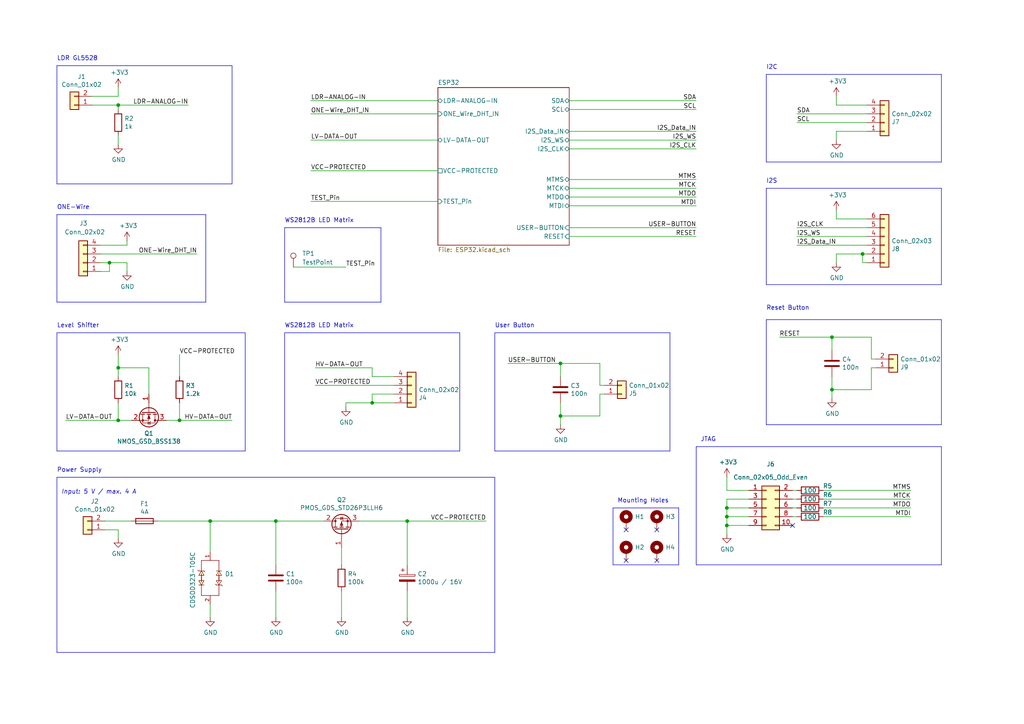
<source format=kicad_sch>
(kicad_sch (version 20230121) (generator eeschema)

  (uuid bc098663-19ef-4de3-829f-e1dfe9c5640c)

  (paper "A4")

  (title_block
    (title "Pixelix")
    (date "2024-02-02")
    (rev "2.1")
    (comment 1 "Schneider, Niklas")
  )

  (lib_symbols
    (symbol "CDSOD323-T05C:CDSOD323-T05C" (pin_names (offset 1.016) hide) (in_bom yes) (on_board yes)
      (property "Reference" "D" (at -5.08 5.08 0)
        (effects (font (size 1.27 1.27)) (justify left bottom))
      )
      (property "Value" "CDSOD323-T05C" (at -5.08 -7.62 0)
        (effects (font (size 1.27 1.27)) (justify left bottom))
      )
      (property "Footprint" "footprints:CDSOD323-T05C" (at 0 0 0)
        (effects (font (size 1.27 1.27)) (justify left bottom) hide)
      )
      (property "Datasheet" "https://www.bourns.com/docs/Product-Datasheets/CDSOD323-TxxC.PDF" (at 0 0 0)
        (effects (font (size 1.27 1.27)) (justify left bottom) hide)
      )
      (property "STANDARD" "IPC-7351B" (at 0 0 0)
        (effects (font (size 1.27 1.27)) (justify left bottom) hide)
      )
      (property "PARTREV" "01/18" (at 0 0 0)
        (effects (font (size 1.27 1.27)) (justify left bottom) hide)
      )
      (property "MANUFACTURER" "Bourns" (at 0 0 0)
        (effects (font (size 1.27 1.27)) (justify left bottom) hide)
      )
      (symbol "CDSOD323-T05C_0_0"
        (polyline
          (pts
            (xy -5.08 -2.54)
            (xy -5.08 2.54)
          )
          (stroke (width 0.1524) (type default))
          (fill (type none))
        )
        (polyline
          (pts
            (xy -2.032 -3.302)
            (xy -2.286 -3.556)
          )
          (stroke (width 0.1524) (type default))
          (fill (type none))
        )
        (polyline
          (pts
            (xy -2.032 -2.54)
            (xy -5.08 -2.54)
          )
          (stroke (width 0.1524) (type default))
          (fill (type none))
        )
        (polyline
          (pts
            (xy -2.032 -1.778)
            (xy -2.032 -3.302)
          )
          (stroke (width 0.1524) (type default))
          (fill (type none))
        )
        (polyline
          (pts
            (xy -2.032 -1.778)
            (xy -1.778 -1.524)
          )
          (stroke (width 0.1524) (type default))
          (fill (type none))
        )
        (polyline
          (pts
            (xy -2.032 2.54)
            (xy -5.08 2.54)
          )
          (stroke (width 0.1524) (type default))
          (fill (type none))
        )
        (polyline
          (pts
            (xy -2.032 3.302)
            (xy -2.032 1.778)
          )
          (stroke (width 0.1524) (type default))
          (fill (type none))
        )
        (polyline
          (pts
            (xy -0.762 -2.54)
            (xy 1.27 -2.54)
          )
          (stroke (width 0.1524) (type default))
          (fill (type none))
        )
        (polyline
          (pts
            (xy -0.762 2.54)
            (xy 1.27 2.54)
          )
          (stroke (width 0.1524) (type default))
          (fill (type none))
        )
        (polyline
          (pts
            (xy 0.762 -2.54)
            (xy -1.27 -2.54)
          )
          (stroke (width 0.1524) (type default))
          (fill (type none))
        )
        (polyline
          (pts
            (xy 0.762 2.54)
            (xy -1.27 2.54)
          )
          (stroke (width 0.1524) (type default))
          (fill (type none))
        )
        (polyline
          (pts
            (xy 2.032 -3.302)
            (xy 2.032 -1.778)
          )
          (stroke (width 0.1524) (type default))
          (fill (type none))
        )
        (polyline
          (pts
            (xy 2.032 -2.54)
            (xy 5.08 -2.54)
          )
          (stroke (width 0.1524) (type default))
          (fill (type none))
        )
        (polyline
          (pts
            (xy 2.032 1.778)
            (xy 1.778 1.524)
          )
          (stroke (width 0.1524) (type default))
          (fill (type none))
        )
        (polyline
          (pts
            (xy 2.032 1.778)
            (xy 2.032 3.302)
          )
          (stroke (width 0.1524) (type default))
          (fill (type none))
        )
        (polyline
          (pts
            (xy 2.032 2.54)
            (xy 5.08 2.54)
          )
          (stroke (width 0.1524) (type default))
          (fill (type none))
        )
        (polyline
          (pts
            (xy 2.032 3.302)
            (xy 2.286 3.556)
          )
          (stroke (width 0.1524) (type default))
          (fill (type none))
        )
        (polyline
          (pts
            (xy 5.08 -2.54)
            (xy 5.08 2.54)
          )
          (stroke (width 0.1524) (type default))
          (fill (type none))
        )
        (polyline
          (pts
            (xy -2.032 -2.54)
            (xy -0.762 -1.778)
            (xy -0.762 -3.302)
            (xy -2.032 -2.54)
          )
          (stroke (width 0.1524) (type default))
          (fill (type background))
        )
        (polyline
          (pts
            (xy -2.032 2.54)
            (xy -0.762 3.302)
            (xy -0.762 1.778)
            (xy -2.032 2.54)
          )
          (stroke (width 0.1524) (type default))
          (fill (type background))
        )
        (polyline
          (pts
            (xy 2.032 -2.54)
            (xy 0.762 -3.302)
            (xy 0.762 -1.778)
            (xy 2.032 -2.54)
          )
          (stroke (width 0.1524) (type default))
          (fill (type background))
        )
        (polyline
          (pts
            (xy 2.032 2.54)
            (xy 0.762 1.778)
            (xy 0.762 3.302)
            (xy 2.032 2.54)
          )
          (stroke (width 0.1524) (type default))
          (fill (type background))
        )
        (pin passive line (at -7.62 0 0) (length 2.54)
          (name "~" (effects (font (size 1.016 1.016))))
          (number "1" (effects (font (size 1.016 1.016))))
        )
        (pin passive line (at 7.62 0 180) (length 2.54)
          (name "~" (effects (font (size 1.016 1.016))))
          (number "2" (effects (font (size 1.016 1.016))))
        )
      )
    )
    (symbol "Connector:TestPoint" (pin_numbers hide) (pin_names (offset 0.762) hide) (in_bom yes) (on_board yes)
      (property "Reference" "TP" (at 0 6.858 0)
        (effects (font (size 1.27 1.27)))
      )
      (property "Value" "TestPoint" (at 0 5.08 0)
        (effects (font (size 1.27 1.27)))
      )
      (property "Footprint" "" (at 5.08 0 0)
        (effects (font (size 1.27 1.27)) hide)
      )
      (property "Datasheet" "~" (at 5.08 0 0)
        (effects (font (size 1.27 1.27)) hide)
      )
      (property "ki_keywords" "test point tp" (at 0 0 0)
        (effects (font (size 1.27 1.27)) hide)
      )
      (property "ki_description" "test point" (at 0 0 0)
        (effects (font (size 1.27 1.27)) hide)
      )
      (property "ki_fp_filters" "Pin* Test*" (at 0 0 0)
        (effects (font (size 1.27 1.27)) hide)
      )
      (symbol "TestPoint_0_1"
        (circle (center 0 3.302) (radius 0.762)
          (stroke (width 0) (type default))
          (fill (type none))
        )
      )
      (symbol "TestPoint_1_1"
        (pin passive line (at 0 0 90) (length 2.54)
          (name "1" (effects (font (size 1.27 1.27))))
          (number "1" (effects (font (size 1.27 1.27))))
        )
      )
    )
    (symbol "Connector_Generic:Conn_01x02" (pin_names (offset 1.016) hide) (in_bom yes) (on_board yes)
      (property "Reference" "J" (at 0 2.54 0)
        (effects (font (size 1.27 1.27)))
      )
      (property "Value" "Conn_01x02" (at 0 -5.08 0)
        (effects (font (size 1.27 1.27)))
      )
      (property "Footprint" "" (at 0 0 0)
        (effects (font (size 1.27 1.27)) hide)
      )
      (property "Datasheet" "~" (at 0 0 0)
        (effects (font (size 1.27 1.27)) hide)
      )
      (property "ki_keywords" "connector" (at 0 0 0)
        (effects (font (size 1.27 1.27)) hide)
      )
      (property "ki_description" "Generic connector, single row, 01x02, script generated (kicad-library-utils/schlib/autogen/connector/)" (at 0 0 0)
        (effects (font (size 1.27 1.27)) hide)
      )
      (property "ki_fp_filters" "Connector*:*_1x??_*" (at 0 0 0)
        (effects (font (size 1.27 1.27)) hide)
      )
      (symbol "Conn_01x02_1_1"
        (rectangle (start -1.27 -2.413) (end 0 -2.667)
          (stroke (width 0.1524) (type default))
          (fill (type none))
        )
        (rectangle (start -1.27 0.127) (end 0 -0.127)
          (stroke (width 0.1524) (type default))
          (fill (type none))
        )
        (rectangle (start -1.27 1.27) (end 1.27 -3.81)
          (stroke (width 0.254) (type default))
          (fill (type background))
        )
        (pin passive line (at -5.08 0 0) (length 3.81)
          (name "Pin_1" (effects (font (size 1.27 1.27))))
          (number "1" (effects (font (size 1.27 1.27))))
        )
        (pin passive line (at -5.08 -2.54 0) (length 3.81)
          (name "Pin_2" (effects (font (size 1.27 1.27))))
          (number "2" (effects (font (size 1.27 1.27))))
        )
      )
    )
    (symbol "Connector_Generic:Conn_01x04" (pin_names (offset 1.016) hide) (in_bom yes) (on_board yes)
      (property "Reference" "J" (at 0 5.08 0)
        (effects (font (size 1.27 1.27)))
      )
      (property "Value" "Conn_01x04" (at 0 -7.62 0)
        (effects (font (size 1.27 1.27)))
      )
      (property "Footprint" "" (at 0 0 0)
        (effects (font (size 1.27 1.27)) hide)
      )
      (property "Datasheet" "~" (at 0 0 0)
        (effects (font (size 1.27 1.27)) hide)
      )
      (property "ki_keywords" "connector" (at 0 0 0)
        (effects (font (size 1.27 1.27)) hide)
      )
      (property "ki_description" "Generic connector, single row, 01x04, script generated (kicad-library-utils/schlib/autogen/connector/)" (at 0 0 0)
        (effects (font (size 1.27 1.27)) hide)
      )
      (property "ki_fp_filters" "Connector*:*_1x??_*" (at 0 0 0)
        (effects (font (size 1.27 1.27)) hide)
      )
      (symbol "Conn_01x04_1_1"
        (rectangle (start -1.27 -4.953) (end 0 -5.207)
          (stroke (width 0.1524) (type default))
          (fill (type none))
        )
        (rectangle (start -1.27 -2.413) (end 0 -2.667)
          (stroke (width 0.1524) (type default))
          (fill (type none))
        )
        (rectangle (start -1.27 0.127) (end 0 -0.127)
          (stroke (width 0.1524) (type default))
          (fill (type none))
        )
        (rectangle (start -1.27 2.667) (end 0 2.413)
          (stroke (width 0.1524) (type default))
          (fill (type none))
        )
        (rectangle (start -1.27 3.81) (end 1.27 -6.35)
          (stroke (width 0.254) (type default))
          (fill (type background))
        )
        (pin passive line (at -5.08 2.54 0) (length 3.81)
          (name "Pin_1" (effects (font (size 1.27 1.27))))
          (number "1" (effects (font (size 1.27 1.27))))
        )
        (pin passive line (at -5.08 0 0) (length 3.81)
          (name "Pin_2" (effects (font (size 1.27 1.27))))
          (number "2" (effects (font (size 1.27 1.27))))
        )
        (pin passive line (at -5.08 -2.54 0) (length 3.81)
          (name "Pin_3" (effects (font (size 1.27 1.27))))
          (number "3" (effects (font (size 1.27 1.27))))
        )
        (pin passive line (at -5.08 -5.08 0) (length 3.81)
          (name "Pin_4" (effects (font (size 1.27 1.27))))
          (number "4" (effects (font (size 1.27 1.27))))
        )
      )
    )
    (symbol "Connector_Generic:Conn_01x06" (pin_names (offset 1.016) hide) (in_bom yes) (on_board yes)
      (property "Reference" "J" (at 0 7.62 0)
        (effects (font (size 1.27 1.27)))
      )
      (property "Value" "Conn_01x06" (at 0 -10.16 0)
        (effects (font (size 1.27 1.27)))
      )
      (property "Footprint" "" (at 0 0 0)
        (effects (font (size 1.27 1.27)) hide)
      )
      (property "Datasheet" "~" (at 0 0 0)
        (effects (font (size 1.27 1.27)) hide)
      )
      (property "ki_keywords" "connector" (at 0 0 0)
        (effects (font (size 1.27 1.27)) hide)
      )
      (property "ki_description" "Generic connector, single row, 01x06, script generated (kicad-library-utils/schlib/autogen/connector/)" (at 0 0 0)
        (effects (font (size 1.27 1.27)) hide)
      )
      (property "ki_fp_filters" "Connector*:*_1x??_*" (at 0 0 0)
        (effects (font (size 1.27 1.27)) hide)
      )
      (symbol "Conn_01x06_1_1"
        (rectangle (start -1.27 -7.493) (end 0 -7.747)
          (stroke (width 0.1524) (type default))
          (fill (type none))
        )
        (rectangle (start -1.27 -4.953) (end 0 -5.207)
          (stroke (width 0.1524) (type default))
          (fill (type none))
        )
        (rectangle (start -1.27 -2.413) (end 0 -2.667)
          (stroke (width 0.1524) (type default))
          (fill (type none))
        )
        (rectangle (start -1.27 0.127) (end 0 -0.127)
          (stroke (width 0.1524) (type default))
          (fill (type none))
        )
        (rectangle (start -1.27 2.667) (end 0 2.413)
          (stroke (width 0.1524) (type default))
          (fill (type none))
        )
        (rectangle (start -1.27 5.207) (end 0 4.953)
          (stroke (width 0.1524) (type default))
          (fill (type none))
        )
        (rectangle (start -1.27 6.35) (end 1.27 -8.89)
          (stroke (width 0.254) (type default))
          (fill (type background))
        )
        (pin passive line (at -5.08 5.08 0) (length 3.81)
          (name "Pin_1" (effects (font (size 1.27 1.27))))
          (number "1" (effects (font (size 1.27 1.27))))
        )
        (pin passive line (at -5.08 2.54 0) (length 3.81)
          (name "Pin_2" (effects (font (size 1.27 1.27))))
          (number "2" (effects (font (size 1.27 1.27))))
        )
        (pin passive line (at -5.08 0 0) (length 3.81)
          (name "Pin_3" (effects (font (size 1.27 1.27))))
          (number "3" (effects (font (size 1.27 1.27))))
        )
        (pin passive line (at -5.08 -2.54 0) (length 3.81)
          (name "Pin_4" (effects (font (size 1.27 1.27))))
          (number "4" (effects (font (size 1.27 1.27))))
        )
        (pin passive line (at -5.08 -5.08 0) (length 3.81)
          (name "Pin_5" (effects (font (size 1.27 1.27))))
          (number "5" (effects (font (size 1.27 1.27))))
        )
        (pin passive line (at -5.08 -7.62 0) (length 3.81)
          (name "Pin_6" (effects (font (size 1.27 1.27))))
          (number "6" (effects (font (size 1.27 1.27))))
        )
      )
    )
    (symbol "Connector_Generic:Conn_02x05_Odd_Even" (pin_names (offset 1.016) hide) (in_bom yes) (on_board yes)
      (property "Reference" "J" (at 1.27 7.62 0)
        (effects (font (size 1.27 1.27)))
      )
      (property "Value" "Conn_02x05_Odd_Even" (at 1.27 -7.62 0)
        (effects (font (size 1.27 1.27)))
      )
      (property "Footprint" "" (at 0 0 0)
        (effects (font (size 1.27 1.27)) hide)
      )
      (property "Datasheet" "~" (at 0 0 0)
        (effects (font (size 1.27 1.27)) hide)
      )
      (property "ki_keywords" "connector" (at 0 0 0)
        (effects (font (size 1.27 1.27)) hide)
      )
      (property "ki_description" "Generic connector, double row, 02x05, odd/even pin numbering scheme (row 1 odd numbers, row 2 even numbers), script generated (kicad-library-utils/schlib/autogen/connector/)" (at 0 0 0)
        (effects (font (size 1.27 1.27)) hide)
      )
      (property "ki_fp_filters" "Connector*:*_2x??_*" (at 0 0 0)
        (effects (font (size 1.27 1.27)) hide)
      )
      (symbol "Conn_02x05_Odd_Even_1_1"
        (rectangle (start -1.27 -4.953) (end 0 -5.207)
          (stroke (width 0.1524) (type default))
          (fill (type none))
        )
        (rectangle (start -1.27 -2.413) (end 0 -2.667)
          (stroke (width 0.1524) (type default))
          (fill (type none))
        )
        (rectangle (start -1.27 0.127) (end 0 -0.127)
          (stroke (width 0.1524) (type default))
          (fill (type none))
        )
        (rectangle (start -1.27 2.667) (end 0 2.413)
          (stroke (width 0.1524) (type default))
          (fill (type none))
        )
        (rectangle (start -1.27 5.207) (end 0 4.953)
          (stroke (width 0.1524) (type default))
          (fill (type none))
        )
        (rectangle (start -1.27 6.35) (end 3.81 -6.35)
          (stroke (width 0.254) (type default))
          (fill (type background))
        )
        (rectangle (start 3.81 -4.953) (end 2.54 -5.207)
          (stroke (width 0.1524) (type default))
          (fill (type none))
        )
        (rectangle (start 3.81 -2.413) (end 2.54 -2.667)
          (stroke (width 0.1524) (type default))
          (fill (type none))
        )
        (rectangle (start 3.81 0.127) (end 2.54 -0.127)
          (stroke (width 0.1524) (type default))
          (fill (type none))
        )
        (rectangle (start 3.81 2.667) (end 2.54 2.413)
          (stroke (width 0.1524) (type default))
          (fill (type none))
        )
        (rectangle (start 3.81 5.207) (end 2.54 4.953)
          (stroke (width 0.1524) (type default))
          (fill (type none))
        )
        (pin passive line (at -5.08 5.08 0) (length 3.81)
          (name "Pin_1" (effects (font (size 1.27 1.27))))
          (number "1" (effects (font (size 1.27 1.27))))
        )
        (pin passive line (at 7.62 -5.08 180) (length 3.81)
          (name "Pin_10" (effects (font (size 1.27 1.27))))
          (number "10" (effects (font (size 1.27 1.27))))
        )
        (pin passive line (at 7.62 5.08 180) (length 3.81)
          (name "Pin_2" (effects (font (size 1.27 1.27))))
          (number "2" (effects (font (size 1.27 1.27))))
        )
        (pin passive line (at -5.08 2.54 0) (length 3.81)
          (name "Pin_3" (effects (font (size 1.27 1.27))))
          (number "3" (effects (font (size 1.27 1.27))))
        )
        (pin passive line (at 7.62 2.54 180) (length 3.81)
          (name "Pin_4" (effects (font (size 1.27 1.27))))
          (number "4" (effects (font (size 1.27 1.27))))
        )
        (pin passive line (at -5.08 0 0) (length 3.81)
          (name "Pin_5" (effects (font (size 1.27 1.27))))
          (number "5" (effects (font (size 1.27 1.27))))
        )
        (pin passive line (at 7.62 0 180) (length 3.81)
          (name "Pin_6" (effects (font (size 1.27 1.27))))
          (number "6" (effects (font (size 1.27 1.27))))
        )
        (pin passive line (at -5.08 -2.54 0) (length 3.81)
          (name "Pin_7" (effects (font (size 1.27 1.27))))
          (number "7" (effects (font (size 1.27 1.27))))
        )
        (pin passive line (at 7.62 -2.54 180) (length 3.81)
          (name "Pin_8" (effects (font (size 1.27 1.27))))
          (number "8" (effects (font (size 1.27 1.27))))
        )
        (pin passive line (at -5.08 -5.08 0) (length 3.81)
          (name "Pin_9" (effects (font (size 1.27 1.27))))
          (number "9" (effects (font (size 1.27 1.27))))
        )
      )
    )
    (symbol "Device:C" (pin_numbers hide) (pin_names (offset 0.254)) (in_bom yes) (on_board yes)
      (property "Reference" "C" (at 0.635 2.54 0)
        (effects (font (size 1.27 1.27)) (justify left))
      )
      (property "Value" "C" (at 0.635 -2.54 0)
        (effects (font (size 1.27 1.27)) (justify left))
      )
      (property "Footprint" "" (at 0.9652 -3.81 0)
        (effects (font (size 1.27 1.27)) hide)
      )
      (property "Datasheet" "~" (at 0 0 0)
        (effects (font (size 1.27 1.27)) hide)
      )
      (property "ki_keywords" "cap capacitor" (at 0 0 0)
        (effects (font (size 1.27 1.27)) hide)
      )
      (property "ki_description" "Unpolarized capacitor" (at 0 0 0)
        (effects (font (size 1.27 1.27)) hide)
      )
      (property "ki_fp_filters" "C_*" (at 0 0 0)
        (effects (font (size 1.27 1.27)) hide)
      )
      (symbol "C_0_1"
        (polyline
          (pts
            (xy -2.032 -0.762)
            (xy 2.032 -0.762)
          )
          (stroke (width 0.508) (type default))
          (fill (type none))
        )
        (polyline
          (pts
            (xy -2.032 0.762)
            (xy 2.032 0.762)
          )
          (stroke (width 0.508) (type default))
          (fill (type none))
        )
      )
      (symbol "C_1_1"
        (pin passive line (at 0 3.81 270) (length 2.794)
          (name "~" (effects (font (size 1.27 1.27))))
          (number "1" (effects (font (size 1.27 1.27))))
        )
        (pin passive line (at 0 -3.81 90) (length 2.794)
          (name "~" (effects (font (size 1.27 1.27))))
          (number "2" (effects (font (size 1.27 1.27))))
        )
      )
    )
    (symbol "Device:Fuse" (pin_numbers hide) (pin_names (offset 0)) (in_bom yes) (on_board yes)
      (property "Reference" "F" (at 2.032 0 90)
        (effects (font (size 1.27 1.27)))
      )
      (property "Value" "Fuse" (at -1.905 0 90)
        (effects (font (size 1.27 1.27)))
      )
      (property "Footprint" "" (at -1.778 0 90)
        (effects (font (size 1.27 1.27)) hide)
      )
      (property "Datasheet" "~" (at 0 0 0)
        (effects (font (size 1.27 1.27)) hide)
      )
      (property "ki_keywords" "fuse" (at 0 0 0)
        (effects (font (size 1.27 1.27)) hide)
      )
      (property "ki_description" "Fuse" (at 0 0 0)
        (effects (font (size 1.27 1.27)) hide)
      )
      (property "ki_fp_filters" "*Fuse*" (at 0 0 0)
        (effects (font (size 1.27 1.27)) hide)
      )
      (symbol "Fuse_0_1"
        (rectangle (start -0.762 -2.54) (end 0.762 2.54)
          (stroke (width 0.254) (type default))
          (fill (type none))
        )
        (polyline
          (pts
            (xy 0 2.54)
            (xy 0 -2.54)
          )
          (stroke (width 0) (type default))
          (fill (type none))
        )
      )
      (symbol "Fuse_1_1"
        (pin passive line (at 0 3.81 270) (length 1.27)
          (name "~" (effects (font (size 1.27 1.27))))
          (number "1" (effects (font (size 1.27 1.27))))
        )
        (pin passive line (at 0 -3.81 90) (length 1.27)
          (name "~" (effects (font (size 1.27 1.27))))
          (number "2" (effects (font (size 1.27 1.27))))
        )
      )
    )
    (symbol "Device:Q_NMOS_GSD" (pin_names (offset 0) hide) (in_bom yes) (on_board yes)
      (property "Reference" "Q" (at 5.08 1.27 0)
        (effects (font (size 1.27 1.27)) (justify left))
      )
      (property "Value" "Q_NMOS_GSD" (at 5.08 -1.27 0)
        (effects (font (size 1.27 1.27)) (justify left))
      )
      (property "Footprint" "" (at 5.08 2.54 0)
        (effects (font (size 1.27 1.27)) hide)
      )
      (property "Datasheet" "~" (at 0 0 0)
        (effects (font (size 1.27 1.27)) hide)
      )
      (property "ki_keywords" "transistor NMOS N-MOS N-MOSFET" (at 0 0 0)
        (effects (font (size 1.27 1.27)) hide)
      )
      (property "ki_description" "N-MOSFET transistor, gate/source/drain" (at 0 0 0)
        (effects (font (size 1.27 1.27)) hide)
      )
      (symbol "Q_NMOS_GSD_0_1"
        (polyline
          (pts
            (xy 0.254 0)
            (xy -2.54 0)
          )
          (stroke (width 0) (type default))
          (fill (type none))
        )
        (polyline
          (pts
            (xy 0.254 1.905)
            (xy 0.254 -1.905)
          )
          (stroke (width 0.254) (type default))
          (fill (type none))
        )
        (polyline
          (pts
            (xy 0.762 -1.27)
            (xy 0.762 -2.286)
          )
          (stroke (width 0.254) (type default))
          (fill (type none))
        )
        (polyline
          (pts
            (xy 0.762 0.508)
            (xy 0.762 -0.508)
          )
          (stroke (width 0.254) (type default))
          (fill (type none))
        )
        (polyline
          (pts
            (xy 0.762 2.286)
            (xy 0.762 1.27)
          )
          (stroke (width 0.254) (type default))
          (fill (type none))
        )
        (polyline
          (pts
            (xy 2.54 2.54)
            (xy 2.54 1.778)
          )
          (stroke (width 0) (type default))
          (fill (type none))
        )
        (polyline
          (pts
            (xy 2.54 -2.54)
            (xy 2.54 0)
            (xy 0.762 0)
          )
          (stroke (width 0) (type default))
          (fill (type none))
        )
        (polyline
          (pts
            (xy 0.762 -1.778)
            (xy 3.302 -1.778)
            (xy 3.302 1.778)
            (xy 0.762 1.778)
          )
          (stroke (width 0) (type default))
          (fill (type none))
        )
        (polyline
          (pts
            (xy 1.016 0)
            (xy 2.032 0.381)
            (xy 2.032 -0.381)
            (xy 1.016 0)
          )
          (stroke (width 0) (type default))
          (fill (type outline))
        )
        (polyline
          (pts
            (xy 2.794 0.508)
            (xy 2.921 0.381)
            (xy 3.683 0.381)
            (xy 3.81 0.254)
          )
          (stroke (width 0) (type default))
          (fill (type none))
        )
        (polyline
          (pts
            (xy 3.302 0.381)
            (xy 2.921 -0.254)
            (xy 3.683 -0.254)
            (xy 3.302 0.381)
          )
          (stroke (width 0) (type default))
          (fill (type none))
        )
        (circle (center 1.651 0) (radius 2.794)
          (stroke (width 0.254) (type default))
          (fill (type none))
        )
        (circle (center 2.54 -1.778) (radius 0.254)
          (stroke (width 0) (type default))
          (fill (type outline))
        )
        (circle (center 2.54 1.778) (radius 0.254)
          (stroke (width 0) (type default))
          (fill (type outline))
        )
      )
      (symbol "Q_NMOS_GSD_1_1"
        (pin input line (at -5.08 0 0) (length 2.54)
          (name "G" (effects (font (size 1.27 1.27))))
          (number "1" (effects (font (size 1.27 1.27))))
        )
        (pin passive line (at 2.54 -5.08 90) (length 2.54)
          (name "S" (effects (font (size 1.27 1.27))))
          (number "2" (effects (font (size 1.27 1.27))))
        )
        (pin passive line (at 2.54 5.08 270) (length 2.54)
          (name "D" (effects (font (size 1.27 1.27))))
          (number "3" (effects (font (size 1.27 1.27))))
        )
      )
    )
    (symbol "Device:Q_PMOS_GDS" (pin_names (offset 0) hide) (in_bom yes) (on_board yes)
      (property "Reference" "Q" (at 5.08 1.27 0)
        (effects (font (size 1.27 1.27)) (justify left))
      )
      (property "Value" "Q_PMOS_GDS" (at 5.08 -1.27 0)
        (effects (font (size 1.27 1.27)) (justify left))
      )
      (property "Footprint" "" (at 5.08 2.54 0)
        (effects (font (size 1.27 1.27)) hide)
      )
      (property "Datasheet" "~" (at 0 0 0)
        (effects (font (size 1.27 1.27)) hide)
      )
      (property "ki_keywords" "transistor PMOS P-MOS P-MOSFET" (at 0 0 0)
        (effects (font (size 1.27 1.27)) hide)
      )
      (property "ki_description" "P-MOSFET transistor, gate/drain/source" (at 0 0 0)
        (effects (font (size 1.27 1.27)) hide)
      )
      (symbol "Q_PMOS_GDS_0_1"
        (polyline
          (pts
            (xy 0.254 0)
            (xy -2.54 0)
          )
          (stroke (width 0) (type default))
          (fill (type none))
        )
        (polyline
          (pts
            (xy 0.254 1.905)
            (xy 0.254 -1.905)
          )
          (stroke (width 0.254) (type default))
          (fill (type none))
        )
        (polyline
          (pts
            (xy 0.762 -1.27)
            (xy 0.762 -2.286)
          )
          (stroke (width 0.254) (type default))
          (fill (type none))
        )
        (polyline
          (pts
            (xy 0.762 0.508)
            (xy 0.762 -0.508)
          )
          (stroke (width 0.254) (type default))
          (fill (type none))
        )
        (polyline
          (pts
            (xy 0.762 2.286)
            (xy 0.762 1.27)
          )
          (stroke (width 0.254) (type default))
          (fill (type none))
        )
        (polyline
          (pts
            (xy 2.54 2.54)
            (xy 2.54 1.778)
          )
          (stroke (width 0) (type default))
          (fill (type none))
        )
        (polyline
          (pts
            (xy 2.54 -2.54)
            (xy 2.54 0)
            (xy 0.762 0)
          )
          (stroke (width 0) (type default))
          (fill (type none))
        )
        (polyline
          (pts
            (xy 0.762 1.778)
            (xy 3.302 1.778)
            (xy 3.302 -1.778)
            (xy 0.762 -1.778)
          )
          (stroke (width 0) (type default))
          (fill (type none))
        )
        (polyline
          (pts
            (xy 2.286 0)
            (xy 1.27 0.381)
            (xy 1.27 -0.381)
            (xy 2.286 0)
          )
          (stroke (width 0) (type default))
          (fill (type outline))
        )
        (polyline
          (pts
            (xy 2.794 -0.508)
            (xy 2.921 -0.381)
            (xy 3.683 -0.381)
            (xy 3.81 -0.254)
          )
          (stroke (width 0) (type default))
          (fill (type none))
        )
        (polyline
          (pts
            (xy 3.302 -0.381)
            (xy 2.921 0.254)
            (xy 3.683 0.254)
            (xy 3.302 -0.381)
          )
          (stroke (width 0) (type default))
          (fill (type none))
        )
        (circle (center 1.651 0) (radius 2.794)
          (stroke (width 0.254) (type default))
          (fill (type none))
        )
        (circle (center 2.54 -1.778) (radius 0.254)
          (stroke (width 0) (type default))
          (fill (type outline))
        )
        (circle (center 2.54 1.778) (radius 0.254)
          (stroke (width 0) (type default))
          (fill (type outline))
        )
      )
      (symbol "Q_PMOS_GDS_1_1"
        (pin input line (at -5.08 0 0) (length 2.54)
          (name "G" (effects (font (size 1.27 1.27))))
          (number "1" (effects (font (size 1.27 1.27))))
        )
        (pin passive line (at 2.54 5.08 270) (length 2.54)
          (name "D" (effects (font (size 1.27 1.27))))
          (number "2" (effects (font (size 1.27 1.27))))
        )
        (pin passive line (at 2.54 -5.08 90) (length 2.54)
          (name "S" (effects (font (size 1.27 1.27))))
          (number "3" (effects (font (size 1.27 1.27))))
        )
      )
    )
    (symbol "Device:R" (pin_numbers hide) (pin_names (offset 0)) (in_bom yes) (on_board yes)
      (property "Reference" "R" (at 2.032 0 90)
        (effects (font (size 1.27 1.27)))
      )
      (property "Value" "R" (at 0 0 90)
        (effects (font (size 1.27 1.27)))
      )
      (property "Footprint" "" (at -1.778 0 90)
        (effects (font (size 1.27 1.27)) hide)
      )
      (property "Datasheet" "~" (at 0 0 0)
        (effects (font (size 1.27 1.27)) hide)
      )
      (property "ki_keywords" "R res resistor" (at 0 0 0)
        (effects (font (size 1.27 1.27)) hide)
      )
      (property "ki_description" "Resistor" (at 0 0 0)
        (effects (font (size 1.27 1.27)) hide)
      )
      (property "ki_fp_filters" "R_*" (at 0 0 0)
        (effects (font (size 1.27 1.27)) hide)
      )
      (symbol "R_0_1"
        (rectangle (start -1.016 -2.54) (end 1.016 2.54)
          (stroke (width 0.254) (type default))
          (fill (type none))
        )
      )
      (symbol "R_1_1"
        (pin passive line (at 0 3.81 270) (length 1.27)
          (name "~" (effects (font (size 1.27 1.27))))
          (number "1" (effects (font (size 1.27 1.27))))
        )
        (pin passive line (at 0 -3.81 90) (length 1.27)
          (name "~" (effects (font (size 1.27 1.27))))
          (number "2" (effects (font (size 1.27 1.27))))
        )
      )
    )
    (symbol "Mechanical:MountingHole_Pad" (pin_numbers hide) (pin_names (offset 1.016) hide) (in_bom yes) (on_board yes)
      (property "Reference" "H" (at 0 6.35 0)
        (effects (font (size 1.27 1.27)))
      )
      (property "Value" "MountingHole_Pad" (at 0 4.445 0)
        (effects (font (size 1.27 1.27)))
      )
      (property "Footprint" "" (at 0 0 0)
        (effects (font (size 1.27 1.27)) hide)
      )
      (property "Datasheet" "~" (at 0 0 0)
        (effects (font (size 1.27 1.27)) hide)
      )
      (property "ki_keywords" "mounting hole" (at 0 0 0)
        (effects (font (size 1.27 1.27)) hide)
      )
      (property "ki_description" "Mounting Hole with connection" (at 0 0 0)
        (effects (font (size 1.27 1.27)) hide)
      )
      (property "ki_fp_filters" "MountingHole*Pad*" (at 0 0 0)
        (effects (font (size 1.27 1.27)) hide)
      )
      (symbol "MountingHole_Pad_0_1"
        (circle (center 0 1.27) (radius 1.27)
          (stroke (width 1.27) (type default))
          (fill (type none))
        )
      )
      (symbol "MountingHole_Pad_1_1"
        (pin input line (at 0 -2.54 90) (length 2.54)
          (name "1" (effects (font (size 1.27 1.27))))
          (number "1" (effects (font (size 1.27 1.27))))
        )
      )
    )
    (symbol "Pixelix-rescue:CP-Device" (pin_numbers hide) (pin_names (offset 0.254)) (in_bom yes) (on_board yes)
      (property "Reference" "C" (at 0.635 2.54 0)
        (effects (font (size 1.27 1.27)) (justify left))
      )
      (property "Value" "CP-Device" (at 0.635 -2.54 0)
        (effects (font (size 1.27 1.27)) (justify left))
      )
      (property "Footprint" "" (at 0.9652 -3.81 0)
        (effects (font (size 1.27 1.27)) hide)
      )
      (property "Datasheet" "" (at 0 0 0)
        (effects (font (size 1.27 1.27)) hide)
      )
      (property "ki_fp_filters" "CP_*" (at 0 0 0)
        (effects (font (size 1.27 1.27)) hide)
      )
      (symbol "CP-Device_0_1"
        (rectangle (start -2.286 0.508) (end 2.286 1.016)
          (stroke (width 0) (type default))
          (fill (type none))
        )
        (polyline
          (pts
            (xy -1.778 2.286)
            (xy -0.762 2.286)
          )
          (stroke (width 0) (type default))
          (fill (type none))
        )
        (polyline
          (pts
            (xy -1.27 2.794)
            (xy -1.27 1.778)
          )
          (stroke (width 0) (type default))
          (fill (type none))
        )
        (rectangle (start 2.286 -0.508) (end -2.286 -1.016)
          (stroke (width 0) (type default))
          (fill (type outline))
        )
      )
      (symbol "CP-Device_1_1"
        (pin passive line (at 0 3.81 270) (length 2.794)
          (name "~" (effects (font (size 1.27 1.27))))
          (number "1" (effects (font (size 1.27 1.27))))
        )
        (pin passive line (at 0 -3.81 90) (length 2.794)
          (name "~" (effects (font (size 1.27 1.27))))
          (number "2" (effects (font (size 1.27 1.27))))
        )
      )
    )
    (symbol "power:+3V3" (power) (pin_names (offset 0)) (in_bom yes) (on_board yes)
      (property "Reference" "#PWR" (at 0 -3.81 0)
        (effects (font (size 1.27 1.27)) hide)
      )
      (property "Value" "+3V3" (at 0 3.556 0)
        (effects (font (size 1.27 1.27)))
      )
      (property "Footprint" "" (at 0 0 0)
        (effects (font (size 1.27 1.27)) hide)
      )
      (property "Datasheet" "" (at 0 0 0)
        (effects (font (size 1.27 1.27)) hide)
      )
      (property "ki_keywords" "power-flag" (at 0 0 0)
        (effects (font (size 1.27 1.27)) hide)
      )
      (property "ki_description" "Power symbol creates a global label with name \"+3V3\"" (at 0 0 0)
        (effects (font (size 1.27 1.27)) hide)
      )
      (symbol "+3V3_0_1"
        (polyline
          (pts
            (xy -0.762 1.27)
            (xy 0 2.54)
          )
          (stroke (width 0) (type default))
          (fill (type none))
        )
        (polyline
          (pts
            (xy 0 0)
            (xy 0 2.54)
          )
          (stroke (width 0) (type default))
          (fill (type none))
        )
        (polyline
          (pts
            (xy 0 2.54)
            (xy 0.762 1.27)
          )
          (stroke (width 0) (type default))
          (fill (type none))
        )
      )
      (symbol "+3V3_1_1"
        (pin power_in line (at 0 0 90) (length 0) hide
          (name "+3V3" (effects (font (size 1.27 1.27))))
          (number "1" (effects (font (size 1.27 1.27))))
        )
      )
    )
    (symbol "power:GND" (power) (pin_names (offset 0)) (in_bom yes) (on_board yes)
      (property "Reference" "#PWR" (at 0 -6.35 0)
        (effects (font (size 1.27 1.27)) hide)
      )
      (property "Value" "GND" (at 0 -3.81 0)
        (effects (font (size 1.27 1.27)))
      )
      (property "Footprint" "" (at 0 0 0)
        (effects (font (size 1.27 1.27)) hide)
      )
      (property "Datasheet" "" (at 0 0 0)
        (effects (font (size 1.27 1.27)) hide)
      )
      (property "ki_keywords" "power-flag" (at 0 0 0)
        (effects (font (size 1.27 1.27)) hide)
      )
      (property "ki_description" "Power symbol creates a global label with name \"GND\" , ground" (at 0 0 0)
        (effects (font (size 1.27 1.27)) hide)
      )
      (symbol "GND_0_1"
        (polyline
          (pts
            (xy 0 0)
            (xy 0 -1.27)
            (xy 1.27 -1.27)
            (xy 0 -2.54)
            (xy -1.27 -1.27)
            (xy 0 -1.27)
          )
          (stroke (width 0) (type default))
          (fill (type none))
        )
      )
      (symbol "GND_1_1"
        (pin power_in line (at 0 0 270) (length 0) hide
          (name "GND" (effects (font (size 1.27 1.27))))
          (number "1" (effects (font (size 1.27 1.27))))
        )
      )
    )
  )

  (junction (at 210.82 149.86) (diameter 0) (color 0 0 0 0)
    (uuid 046bc8fc-5bad-44bc-9e69-5a3e9a06c483)
  )
  (junction (at 60.96 151.13) (diameter 0) (color 0 0 0 0)
    (uuid 1ed30c56-7117-49e1-b8e3-645c58cc536f)
  )
  (junction (at 80.01 151.13) (diameter 0) (color 0 0 0 0)
    (uuid 2f0083be-ea75-4545-a77e-3dc876ed5385)
  )
  (junction (at 241.3 97.79) (diameter 0) (color 0 0 0 0)
    (uuid 34818792-b501-4ec2-9792-8440fa618938)
  )
  (junction (at 250.19 73.66) (diameter 0) (color 0 0 0 0)
    (uuid 37277b30-3bd8-4296-bf20-757af999fb85)
  )
  (junction (at 34.29 121.92) (diameter 0) (color 0 0 0 0)
    (uuid 400b31ba-f68e-4fe9-b54b-995e234da465)
  )
  (junction (at 210.82 147.32) (diameter 0) (color 0 0 0 0)
    (uuid 50d4c6e3-8ab5-4463-9a19-96968ddf7d90)
  )
  (junction (at 34.29 30.48) (diameter 0) (color 0 0 0 0)
    (uuid 58cfc93d-3672-4080-8bce-a34a924fd3a6)
  )
  (junction (at 31.75 76.2) (diameter 0) (color 0 0 0 0)
    (uuid 803bd19e-e58c-40c6-bd49-06345cf8e3cd)
  )
  (junction (at 241.3 113.03) (diameter 0) (color 0 0 0 0)
    (uuid 839e8e6f-5e1d-45fc-9c80-1fcf5a686665)
  )
  (junction (at 52.07 121.92) (diameter 0) (color 0 0 0 0)
    (uuid 86a89610-d52e-45fe-9854-681b93edd1c0)
  )
  (junction (at 162.56 105.41) (diameter 0) (color 0 0 0 0)
    (uuid 896a194d-adac-4a3e-a902-5fda3696d75d)
  )
  (junction (at 34.29 106.68) (diameter 0) (color 0 0 0 0)
    (uuid 9380b0ea-5756-4e53-aaf3-a53270a1cfa4)
  )
  (junction (at 118.11 151.13) (diameter 0) (color 0 0 0 0)
    (uuid 9b00124f-3c9c-4b8f-aff0-935d24ad523a)
  )
  (junction (at 162.56 120.65) (diameter 0) (color 0 0 0 0)
    (uuid a3c64f47-ffd6-48a5-8ff6-5c69c25a9fb0)
  )
  (junction (at 107.95 116.84) (diameter 0) (color 0 0 0 0)
    (uuid c37f076e-a476-416a-b10c-043ec552c9dd)
  )
  (junction (at 210.82 152.4) (diameter 0) (color 0 0 0 0)
    (uuid f71673d5-5359-49e5-b8c0-37e32791e62c)
  )

  (no_connect (at 181.61 162.56) (uuid 24941a8b-a932-4b55-9a4a-d64eda773848))
  (no_connect (at 190.5 153.67) (uuid 532f2cac-84d7-4ffb-86e8-d89cddad9ae4))
  (no_connect (at 181.61 153.67) (uuid ce13ebc4-7a7c-44c6-8eab-4f46ae605c50))
  (no_connect (at 190.5 162.56) (uuid dc6803c8-2cc8-45aa-8467-62214b6a1474))
  (no_connect (at 229.87 152.4) (uuid ecf96a43-69b6-4cc6-b72a-124cf510d3f5))

  (wire (pts (xy 210.82 149.86) (xy 210.82 152.4))
    (stroke (width 0) (type default))
    (uuid 045632d8-85f7-4327-9d1e-1d153b290103)
  )
  (wire (pts (xy 30.48 153.67) (xy 34.29 153.67))
    (stroke (width 0) (type default))
    (uuid 05947532-b3c1-4407-baa4-f10779841855)
  )
  (polyline (pts (xy 222.25 123.19) (xy 222.25 92.71))
    (stroke (width 0) (type default))
    (uuid 07932375-3ef4-4304-a1b3-6c3119727e66)
  )

  (wire (pts (xy 252.73 97.79) (xy 252.73 104.14))
    (stroke (width 0) (type default))
    (uuid 07bd3ddd-6e42-49dd-a3aa-950f7e84f429)
  )
  (polyline (pts (xy 59.69 62.23) (xy 59.69 87.63))
    (stroke (width 0) (type default))
    (uuid 07ddf5af-efee-492e-a44c-830890e4f369)
  )

  (wire (pts (xy 107.95 114.3) (xy 107.95 116.84))
    (stroke (width 0) (type default))
    (uuid 081246f3-c0b7-47e6-9209-a7eb8dbaf3fd)
  )
  (polyline (pts (xy 143.51 138.43) (xy 143.51 189.23))
    (stroke (width 0) (type default))
    (uuid 08d1ca2f-7ccd-4431-8e6e-cee784a4d598)
  )
  (polyline (pts (xy 16.51 130.81) (xy 16.51 96.52))
    (stroke (width 0) (type default))
    (uuid 0b121013-805d-4722-af38-57d9b0607873)
  )
  (polyline (pts (xy 222.25 82.55) (xy 222.25 54.61))
    (stroke (width 0) (type default))
    (uuid 0d107932-e3f2-4c45-90f4-2fa551af698c)
  )

  (wire (pts (xy 210.82 144.78) (xy 210.82 147.32))
    (stroke (width 0) (type default))
    (uuid 0e2c7037-6deb-4c12-8c84-2dcb11123407)
  )
  (polyline (pts (xy 133.35 130.81) (xy 82.55 130.81))
    (stroke (width 0) (type default))
    (uuid 0e641b76-2c02-4d18-b824-884a4fc62693)
  )

  (wire (pts (xy 229.87 147.32) (xy 231.14 147.32))
    (stroke (width 0) (type default))
    (uuid 0ed79d31-18ce-4a3c-b864-bb371fa421a9)
  )
  (wire (pts (xy 90.17 58.42) (xy 127 58.42))
    (stroke (width 0) (type default))
    (uuid 0f6636a6-6044-4486-8d70-b928c979c67c)
  )
  (polyline (pts (xy 110.49 87.63) (xy 82.55 87.63))
    (stroke (width 0) (type default))
    (uuid 1075253f-5c68-4c51-8e95-953876ad5040)
  )
  (polyline (pts (xy 82.55 96.52) (xy 133.35 96.52))
    (stroke (width 0) (type default))
    (uuid 10aa062c-d398-4120-9c6f-99f46c5099f5)
  )

  (wire (pts (xy 201.93 66.04) (xy 165.1 66.04))
    (stroke (width 0) (type default))
    (uuid 110f29e2-5ba5-460a-b524-7371af44aa69)
  )
  (wire (pts (xy 162.56 105.41) (xy 147.32 105.41))
    (stroke (width 0) (type default))
    (uuid 11341a06-ae7d-4b88-99a6-bf7cb72be911)
  )
  (wire (pts (xy 30.48 151.13) (xy 38.1 151.13))
    (stroke (width 0) (type default))
    (uuid 12941918-479e-4eee-b8db-3e6ccc841cb7)
  )
  (wire (pts (xy 238.76 144.78) (xy 264.16 144.78))
    (stroke (width 0) (type default))
    (uuid 17f1092f-da3d-4a4e-b8c2-4a25a14ac52e)
  )
  (wire (pts (xy 252.73 104.14) (xy 254 104.14))
    (stroke (width 0) (type default))
    (uuid 18211779-a47d-4e48-bc67-3d92f08d1096)
  )
  (wire (pts (xy 52.07 121.92) (xy 52.07 116.84))
    (stroke (width 0) (type default))
    (uuid 194f784a-38cf-4d29-8603-99280b71c644)
  )
  (polyline (pts (xy 82.55 87.63) (xy 82.55 66.04))
    (stroke (width 0) (type default))
    (uuid 1981cc04-9b99-4d33-8f66-0efd84296f4e)
  )

  (wire (pts (xy 201.93 40.64) (xy 165.1 40.64))
    (stroke (width 0) (type default))
    (uuid 1d8e0a18-bff7-43e5-a6a8-1d92ad7daafe)
  )
  (wire (pts (xy 251.46 35.56) (xy 231.14 35.56))
    (stroke (width 0) (type default))
    (uuid 1d91fcb1-53f9-4e74-b283-8e6c2c48bb89)
  )
  (polyline (pts (xy 196.85 163.83) (xy 196.85 147.32))
    (stroke (width 0) (type default))
    (uuid 1e17f3e0-e1f8-4b50-bb98-8fb8ab55d1d6)
  )

  (wire (pts (xy 251.46 38.1) (xy 242.57 38.1))
    (stroke (width 0) (type default))
    (uuid 1e23b369-feed-47f5-b491-121d43c7640d)
  )
  (wire (pts (xy 165.1 52.07) (xy 201.93 52.07))
    (stroke (width 0) (type default))
    (uuid 1e592c9b-6f2d-4ef2-af3a-3fbb96fcf358)
  )
  (wire (pts (xy 210.82 152.4) (xy 217.17 152.4))
    (stroke (width 0) (type default))
    (uuid 1e9e28a7-76ff-4759-9201-cc9fc6453cff)
  )
  (wire (pts (xy 217.17 142.24) (xy 210.82 142.24))
    (stroke (width 0) (type default))
    (uuid 205811d9-b50d-4c89-b2c2-4f6646ca5249)
  )
  (wire (pts (xy 242.57 27.94) (xy 242.57 30.48))
    (stroke (width 0) (type default))
    (uuid 21643854-89d3-46c2-b67c-a73da934bce3)
  )
  (wire (pts (xy 241.3 113.03) (xy 252.73 113.03))
    (stroke (width 0) (type default))
    (uuid 22115c57-aba8-4a7f-a05d-9c4d5f4af6fa)
  )
  (wire (pts (xy 90.17 40.64) (xy 127 40.64))
    (stroke (width 0) (type default))
    (uuid 24c582a8-104c-4dc3-bf23-a80b27ebfaab)
  )
  (wire (pts (xy 104.14 151.13) (xy 118.11 151.13))
    (stroke (width 0) (type default))
    (uuid 260067a5-0f7f-4a85-9298-2dcffd327dbd)
  )
  (polyline (pts (xy 201.93 129.54) (xy 273.05 129.54))
    (stroke (width 0) (type default))
    (uuid 2e9c2d7b-4bed-462c-be11-fb4e3a27fe09)
  )
  (polyline (pts (xy 194.31 96.52) (xy 194.31 130.81))
    (stroke (width 0) (type default))
    (uuid 2ea454f8-95ae-4ffa-a208-c6a9544cb4de)
  )

  (wire (pts (xy 241.3 115.57) (xy 241.3 113.03))
    (stroke (width 0) (type default))
    (uuid 2f6b46e6-b4aa-4229-8caf-d7888f0c18a1)
  )
  (polyline (pts (xy 82.55 66.04) (xy 110.49 66.04))
    (stroke (width 0) (type default))
    (uuid 3167c31a-bcb0-4d4b-83cc-ccd89a3b4d90)
  )

  (wire (pts (xy 254 106.68) (xy 252.73 106.68))
    (stroke (width 0) (type default))
    (uuid 32296be9-c25e-4ae2-843e-bebd1d99c814)
  )
  (wire (pts (xy 99.06 171.45) (xy 99.06 179.07))
    (stroke (width 0) (type default))
    (uuid 36a20d3c-9247-40fd-bfb7-d0d9b2bc21a0)
  )
  (polyline (pts (xy 67.31 53.34) (xy 16.51 53.34))
    (stroke (width 0) (type default))
    (uuid 38062a03-4dd9-44db-9dab-ad2f09363a76)
  )

  (wire (pts (xy 210.82 152.4) (xy 210.82 154.94))
    (stroke (width 0) (type default))
    (uuid 386742c2-4087-48fd-afe1-d3226ae2ad4c)
  )
  (polyline (pts (xy 177.8 163.83) (xy 196.85 163.83))
    (stroke (width 0) (type default))
    (uuid 38d5c82d-b133-4371-b6c7-78dc9f82e944)
  )

  (wire (pts (xy 252.73 106.68) (xy 252.73 113.03))
    (stroke (width 0) (type default))
    (uuid 3a32cfbb-02f9-4e51-851a-d0fb683eb28c)
  )
  (polyline (pts (xy 273.05 163.83) (xy 273.05 129.54))
    (stroke (width 0) (type default))
    (uuid 3c89c320-2633-4a8b-9685-1c041975b34f)
  )

  (wire (pts (xy 251.46 71.12) (xy 231.14 71.12))
    (stroke (width 0) (type default))
    (uuid 3d74b6e0-21e5-4a9a-8d45-5ff1dd05c2de)
  )
  (wire (pts (xy 34.29 27.94) (xy 34.29 25.4))
    (stroke (width 0) (type default))
    (uuid 3d9926a7-914d-4765-97fb-c18ab870c166)
  )
  (wire (pts (xy 45.72 151.13) (xy 60.96 151.13))
    (stroke (width 0) (type default))
    (uuid 3edd82f7-e5ca-4d32-ad69-02e5ad8f623d)
  )
  (wire (pts (xy 29.21 78.74) (xy 31.75 78.74))
    (stroke (width 0) (type default))
    (uuid 407eead2-c509-4cd9-9e84-50ac8a3a4cea)
  )
  (wire (pts (xy 251.46 68.58) (xy 231.14 68.58))
    (stroke (width 0) (type default))
    (uuid 4288e8d4-c50d-4a63-a0bb-7331279495d5)
  )
  (wire (pts (xy 36.83 76.2) (xy 36.83 78.74))
    (stroke (width 0) (type default))
    (uuid 44678a4b-9d84-4fde-9df1-ad6cd988121a)
  )
  (wire (pts (xy 165.1 54.61) (xy 201.93 54.61))
    (stroke (width 0) (type default))
    (uuid 46300e05-f182-4ff5-b06c-afabfed09d81)
  )
  (wire (pts (xy 52.07 121.92) (xy 67.31 121.92))
    (stroke (width 0) (type default))
    (uuid 488a619a-373f-4706-8d7b-df3767de7938)
  )
  (wire (pts (xy 34.29 121.92) (xy 38.1 121.92))
    (stroke (width 0) (type default))
    (uuid 4a2c8778-20bc-4579-90f8-3a3a2d80654d)
  )
  (wire (pts (xy 100.33 116.84) (xy 100.33 118.11))
    (stroke (width 0) (type default))
    (uuid 4b2cdd35-7334-406c-80f6-3b556ac2aeb9)
  )
  (wire (pts (xy 114.3 114.3) (xy 107.95 114.3))
    (stroke (width 0) (type default))
    (uuid 4c7b00da-356b-470e-81e3-f65e498141a7)
  )
  (polyline (pts (xy 59.69 87.63) (xy 16.51 87.63))
    (stroke (width 0) (type default))
    (uuid 4e681579-7459-44c8-a6a2-f6241bdeb023)
  )

  (wire (pts (xy 48.26 121.92) (xy 52.07 121.92))
    (stroke (width 0) (type default))
    (uuid 4f54599b-5ba2-4bcc-8d28-ec05d7f6617a)
  )
  (wire (pts (xy 19.05 121.92) (xy 34.29 121.92))
    (stroke (width 0) (type default))
    (uuid 50df25dc-8cf9-43d5-bf12-761e0c99a858)
  )
  (wire (pts (xy 242.57 60.96) (xy 242.57 63.5))
    (stroke (width 0) (type default))
    (uuid 526454a0-b0fb-4cce-a864-6c9bf7b768a9)
  )
  (polyline (pts (xy 273.05 21.59) (xy 273.05 46.99))
    (stroke (width 0) (type default))
    (uuid 52e68685-99e5-422b-8aba-0e2bc330948a)
  )

  (wire (pts (xy 229.87 149.86) (xy 231.14 149.86))
    (stroke (width 0) (type default))
    (uuid 547b710c-e950-49ee-b5f5-bccedd7e4011)
  )
  (wire (pts (xy 251.46 30.48) (xy 242.57 30.48))
    (stroke (width 0) (type default))
    (uuid 564ac63e-2c59-438a-b4f6-9a2e7afed9f3)
  )
  (wire (pts (xy 242.57 38.1) (xy 242.57 40.64))
    (stroke (width 0) (type default))
    (uuid 56f23d1a-49a4-4043-a39d-7a77d00f376a)
  )
  (wire (pts (xy 43.18 106.68) (xy 34.29 106.68))
    (stroke (width 0) (type default))
    (uuid 5740ef2e-8a6d-488d-b1a5-7efb3527a9f0)
  )
  (polyline (pts (xy 16.51 53.34) (xy 16.51 19.05))
    (stroke (width 0) (type default))
    (uuid 5785c01d-7740-4873-aec3-6cc40343d319)
  )

  (wire (pts (xy 29.21 76.2) (xy 31.75 76.2))
    (stroke (width 0) (type default))
    (uuid 59237442-f9d3-4f91-a931-ab55705a548f)
  )
  (wire (pts (xy 127 49.53) (xy 90.17 49.53))
    (stroke (width 0) (type default))
    (uuid 5ba790d5-a43b-4d59-a34d-5e397b1083b8)
  )
  (polyline (pts (xy 222.25 46.99) (xy 222.25 21.59))
    (stroke (width 0) (type default))
    (uuid 5e1f83c1-0e48-4ca5-9a62-b17daeed72b8)
  )

  (wire (pts (xy 250.19 76.2) (xy 250.19 73.66))
    (stroke (width 0) (type default))
    (uuid 61e23728-c3e0-4b75-8307-d11c1635fca6)
  )
  (wire (pts (xy 31.75 76.2) (xy 36.83 76.2))
    (stroke (width 0) (type default))
    (uuid 638a3e86-4bb6-46ad-8d3b-88e6f45486fa)
  )
  (polyline (pts (xy 273.05 92.71) (xy 273.05 123.19))
    (stroke (width 0) (type default))
    (uuid 63bdab24-106a-4b4b-9ac7-6ff3174e096f)
  )

  (wire (pts (xy 201.93 38.1) (xy 165.1 38.1))
    (stroke (width 0) (type default))
    (uuid 655af7ce-314e-4aa3-807e-3f165901f0f9)
  )
  (wire (pts (xy 114.3 116.84) (xy 107.95 116.84))
    (stroke (width 0) (type default))
    (uuid 65c5ddca-238b-486b-a814-d0b2319bd1f3)
  )
  (wire (pts (xy 107.95 109.22) (xy 107.95 106.68))
    (stroke (width 0) (type default))
    (uuid 68607950-5872-4e5c-88f2-a2a4e9ee4d5c)
  )
  (wire (pts (xy 90.17 33.02) (xy 127 33.02))
    (stroke (width 0) (type default))
    (uuid 68e0c6c3-a5df-43c5-9629-fdd6806fb58f)
  )
  (wire (pts (xy 162.56 120.65) (xy 173.99 120.65))
    (stroke (width 0) (type default))
    (uuid 68f81b30-e33a-4940-8bd4-3a7c0dfd909a)
  )
  (wire (pts (xy 173.99 120.65) (xy 173.99 114.3))
    (stroke (width 0) (type default))
    (uuid 69bf1677-59a6-4c8c-b3f8-0948246da5df)
  )
  (polyline (pts (xy 143.51 130.81) (xy 143.51 96.52))
    (stroke (width 0) (type default))
    (uuid 6c43415d-54f2-49ee-80b3-42ebfb3ea660)
  )
  (polyline (pts (xy 273.05 82.55) (xy 222.25 82.55))
    (stroke (width 0) (type default))
    (uuid 6da3ca5a-146b-4db8-88fd-37715a88ca02)
  )

  (wire (pts (xy 26.67 27.94) (xy 34.29 27.94))
    (stroke (width 0) (type default))
    (uuid 6e5d4ebb-e2e1-4cd1-80c0-26010a49ec1e)
  )
  (polyline (pts (xy 71.12 130.81) (xy 16.51 130.81))
    (stroke (width 0) (type default))
    (uuid 6edaa9cc-1f99-47fb-867c-d03e43c3b8c5)
  )
  (polyline (pts (xy 16.51 87.63) (xy 16.51 62.23))
    (stroke (width 0) (type default))
    (uuid 6fa566b5-3e6b-4c09-a1bd-54b3b019f8d0)
  )
  (polyline (pts (xy 222.25 92.71) (xy 273.05 92.71))
    (stroke (width 0) (type default))
    (uuid 71b99bd7-bd86-4863-b422-d12b60764ef5)
  )
  (polyline (pts (xy 273.05 46.99) (xy 222.25 46.99))
    (stroke (width 0) (type default))
    (uuid 72a09e66-0957-4956-a321-a794e3ef2fa3)
  )

  (wire (pts (xy 80.01 151.13) (xy 93.98 151.13))
    (stroke (width 0) (type default))
    (uuid 7364f8cb-f421-44c7-a24e-5dcd8b08179d)
  )
  (wire (pts (xy 118.11 151.13) (xy 140.97 151.13))
    (stroke (width 0) (type default))
    (uuid 74ba879e-be68-436c-9b30-c1ac6c7a9d43)
  )
  (wire (pts (xy 173.99 105.41) (xy 162.56 105.41))
    (stroke (width 0) (type default))
    (uuid 76b0c0ac-c621-4e34-8c52-28997c47b452)
  )
  (wire (pts (xy 34.29 116.84) (xy 34.29 121.92))
    (stroke (width 0) (type default))
    (uuid 79534b8b-0e67-44a3-bd9d-c613806e29e7)
  )
  (wire (pts (xy 34.29 30.48) (xy 34.29 31.75))
    (stroke (width 0) (type default))
    (uuid 7c81a3a5-ba7d-4128-b5f3-a00b983c8baf)
  )
  (wire (pts (xy 229.87 144.78) (xy 231.14 144.78))
    (stroke (width 0) (type default))
    (uuid 7dc5bb69-9ee8-42a5-9254-28fb681a33e7)
  )
  (polyline (pts (xy 16.51 96.52) (xy 71.12 96.52))
    (stroke (width 0) (type default))
    (uuid 814b0c95-7b24-4819-9efd-10958cbecff9)
  )

  (wire (pts (xy 118.11 163.83) (xy 118.11 151.13))
    (stroke (width 0) (type default))
    (uuid 8259d9ee-e959-4f10-9a6a-59d34d6760f2)
  )
  (wire (pts (xy 36.83 69.85) (xy 36.83 71.12))
    (stroke (width 0) (type default))
    (uuid 8317a0f5-a012-4865-95e4-1b69f65225f1)
  )
  (polyline (pts (xy 194.31 130.81) (xy 143.51 130.81))
    (stroke (width 0) (type default))
    (uuid 8334a658-4221-456e-9f4a-d2244dcc7d79)
  )
  (polyline (pts (xy 133.35 96.52) (xy 133.35 130.81))
    (stroke (width 0) (type default))
    (uuid 8366013c-d70b-406e-b4ea-7d3e5d9ef95a)
  )
  (polyline (pts (xy 222.25 21.59) (xy 273.05 21.59))
    (stroke (width 0) (type default))
    (uuid 847b9dd6-feb3-49bf-a10e-18b7ea569c58)
  )

  (wire (pts (xy 173.99 114.3) (xy 175.26 114.3))
    (stroke (width 0) (type default))
    (uuid 84d3499a-5608-4dc4-8e4f-0b94c10961d9)
  )
  (wire (pts (xy 107.95 109.22) (xy 114.3 109.22))
    (stroke (width 0) (type default))
    (uuid 869aa0c5-03e4-4400-828a-06da874f52eb)
  )
  (wire (pts (xy 60.96 151.13) (xy 60.96 160.02))
    (stroke (width 0) (type default))
    (uuid 87f61fd1-e504-4093-b607-90d3dc4d0648)
  )
  (polyline (pts (xy 82.55 130.81) (xy 82.55 96.52))
    (stroke (width 0) (type default))
    (uuid 88bc121a-741c-41e7-803f-e4aa71e0dcf9)
  )

  (wire (pts (xy 34.29 106.68) (xy 34.29 102.87))
    (stroke (width 0) (type default))
    (uuid 8967d851-178e-4391-a219-f8a268c95e92)
  )
  (polyline (pts (xy 71.12 96.52) (xy 71.12 130.81))
    (stroke (width 0) (type default))
    (uuid 8a04c142-bdbe-4161-a9f7-312af08b8492)
  )

  (wire (pts (xy 241.3 113.03) (xy 241.3 109.22))
    (stroke (width 0) (type default))
    (uuid 8ac97703-df3b-43c5-82fa-c80201b62649)
  )
  (polyline (pts (xy 273.05 163.83) (xy 201.93 163.83))
    (stroke (width 0) (type default))
    (uuid 8cc062b1-f285-4737-8cb0-c1f7f782ac0c)
  )

  (wire (pts (xy 43.18 114.3) (xy 43.18 106.68))
    (stroke (width 0) (type default))
    (uuid 8cc1f3f7-94b3-4146-a19d-2a84ef3520fe)
  )
  (wire (pts (xy 91.44 111.76) (xy 114.3 111.76))
    (stroke (width 0) (type default))
    (uuid 8da3d7d0-1348-4d84-9c6b-5c3d22fcc71c)
  )
  (wire (pts (xy 162.56 105.41) (xy 162.56 109.22))
    (stroke (width 0) (type default))
    (uuid 8f4b018e-35e3-4ed1-be53-18e3f229eb01)
  )
  (wire (pts (xy 251.46 76.2) (xy 250.19 76.2))
    (stroke (width 0) (type default))
    (uuid 922c828f-3781-4f0e-a549-9dd3bbab10b6)
  )
  (wire (pts (xy 242.57 73.66) (xy 242.57 76.2))
    (stroke (width 0) (type default))
    (uuid 9334c506-1820-42be-823a-288b1f38b1de)
  )
  (wire (pts (xy 165.1 59.69) (xy 201.93 59.69))
    (stroke (width 0) (type default))
    (uuid 939e6ea3-5564-44d0-bc8f-78fc6d94278e)
  )
  (wire (pts (xy 238.76 142.24) (xy 264.16 142.24))
    (stroke (width 0) (type default))
    (uuid 9590a8fd-3340-4bd8-a9d7-37866d82ec6f)
  )
  (polyline (pts (xy 67.31 19.05) (xy 67.31 53.34))
    (stroke (width 0) (type default))
    (uuid 965e91a4-533b-41a1-8f6c-527eaa73e6c1)
  )

  (wire (pts (xy 251.46 66.04) (xy 231.14 66.04))
    (stroke (width 0) (type default))
    (uuid 9baa2e3b-2589-421b-8e66-3a603e5facd5)
  )
  (wire (pts (xy 91.44 106.68) (xy 107.95 106.68))
    (stroke (width 0) (type default))
    (uuid 9bade94e-9a7b-4f6d-b218-53d629c87cf5)
  )
  (wire (pts (xy 99.06 163.83) (xy 99.06 158.75))
    (stroke (width 0) (type default))
    (uuid 9e4246a4-ecb0-4e02-aa07-b7a2606425bd)
  )
  (wire (pts (xy 201.93 43.18) (xy 165.1 43.18))
    (stroke (width 0) (type default))
    (uuid 9e910969-358d-40a1-999b-cb6a55024c33)
  )
  (wire (pts (xy 201.93 31.75) (xy 165.1 31.75))
    (stroke (width 0) (type default))
    (uuid a078bdac-b63d-4514-bb77-0ecaa4c9128d)
  )
  (wire (pts (xy 251.46 33.02) (xy 231.14 33.02))
    (stroke (width 0) (type default))
    (uuid a0cfcb04-3b36-448b-be76-63f6751d199c)
  )
  (wire (pts (xy 217.17 144.78) (xy 210.82 144.78))
    (stroke (width 0) (type default))
    (uuid a10b04ec-a39c-43b0-8b01-8441bc481e30)
  )
  (polyline (pts (xy 177.8 147.32) (xy 177.8 163.83))
    (stroke (width 0) (type default))
    (uuid a72f2ea5-259a-4898-9821-2877e358c22d)
  )

  (wire (pts (xy 250.19 73.66) (xy 242.57 73.66))
    (stroke (width 0) (type default))
    (uuid a7b41b52-89b2-411b-870a-3a1787f2affd)
  )
  (polyline (pts (xy 16.51 62.23) (xy 59.69 62.23))
    (stroke (width 0) (type default))
    (uuid ae7f5537-82b1-4342-a2aa-64b61e433e4f)
  )

  (wire (pts (xy 173.99 111.76) (xy 173.99 105.41))
    (stroke (width 0) (type default))
    (uuid afbb1077-48d2-42aa-9ad4-56a432b26388)
  )
  (wire (pts (xy 241.3 97.79) (xy 226.06 97.79))
    (stroke (width 0) (type default))
    (uuid afcb7326-975a-4325-a5b8-9a21d2aec541)
  )
  (polyline (pts (xy 273.05 54.61) (xy 273.05 82.55))
    (stroke (width 0) (type default))
    (uuid b1e1b4f5-381e-4a3a-8dc9-f46b082b0b61)
  )
  (polyline (pts (xy 16.51 138.43) (xy 143.51 138.43))
    (stroke (width 0) (type default))
    (uuid b1f06366-065c-4163-8eb9-952241b76045)
  )

  (wire (pts (xy 127 29.21) (xy 90.17 29.21))
    (stroke (width 0) (type default))
    (uuid b587bc3d-855a-4f49-966c-d4af8919a733)
  )
  (wire (pts (xy 36.83 71.12) (xy 29.21 71.12))
    (stroke (width 0) (type default))
    (uuid b5c9b43f-86e1-486b-9fa7-29383672ad9f)
  )
  (wire (pts (xy 252.73 97.79) (xy 241.3 97.79))
    (stroke (width 0) (type default))
    (uuid b67aa99a-aa9c-4226-84ec-0a13a55084fc)
  )
  (wire (pts (xy 201.93 57.15) (xy 165.1 57.15))
    (stroke (width 0) (type default))
    (uuid b95fa85e-7e3d-4b52-bb2d-6e381a42c9bf)
  )
  (polyline (pts (xy 110.49 66.04) (xy 110.49 87.63))
    (stroke (width 0) (type default))
    (uuid c35d72a4-db51-462f-b788-67f93e77a2ee)
  )
  (polyline (pts (xy 273.05 123.19) (xy 222.25 123.19))
    (stroke (width 0) (type default))
    (uuid c3eb64a0-e443-4175-abb8-a467b76894ea)
  )

  (wire (pts (xy 238.76 149.86) (xy 264.16 149.86))
    (stroke (width 0) (type default))
    (uuid c4483b57-92bd-44c7-a52e-9fe7166d9555)
  )
  (polyline (pts (xy 222.25 54.61) (xy 273.05 54.61))
    (stroke (width 0) (type default))
    (uuid cb67b188-32f2-45c0-b19f-dcc7aa2e5bab)
  )

  (wire (pts (xy 80.01 171.45) (xy 80.01 179.07))
    (stroke (width 0) (type default))
    (uuid cd503bba-c73f-457f-beaa-fdf881a15f30)
  )
  (wire (pts (xy 251.46 63.5) (xy 242.57 63.5))
    (stroke (width 0) (type default))
    (uuid cdcc7771-c0e0-4eee-aa85-f187d53cbdfb)
  )
  (wire (pts (xy 201.93 29.21) (xy 165.1 29.21))
    (stroke (width 0) (type default))
    (uuid ce9633bd-e5fe-482a-82cb-5274043aba19)
  )
  (wire (pts (xy 162.56 120.65) (xy 162.56 116.84))
    (stroke (width 0) (type default))
    (uuid ceb8de30-9ed4-4a6f-9907-269b2bad0b4f)
  )
  (wire (pts (xy 80.01 163.83) (xy 80.01 151.13))
    (stroke (width 0) (type default))
    (uuid d1e714e7-3baa-447f-ba27-bcfa1643f874)
  )
  (wire (pts (xy 52.07 109.22) (xy 52.07 102.87))
    (stroke (width 0) (type default))
    (uuid d350262f-a604-49bf-947d-2d558e0e2a6b)
  )
  (wire (pts (xy 26.67 30.48) (xy 34.29 30.48))
    (stroke (width 0) (type default))
    (uuid d5489c5d-7a8b-41a7-8747-b7151d9b0399)
  )
  (wire (pts (xy 217.17 147.32) (xy 210.82 147.32))
    (stroke (width 0) (type default))
    (uuid d69055d3-e890-4c7b-bb17-03bf65c07731)
  )
  (wire (pts (xy 34.29 153.67) (xy 34.29 156.21))
    (stroke (width 0) (type default))
    (uuid d6f29f69-58e3-4651-9117-8a35f468dabd)
  )
  (wire (pts (xy 34.29 106.68) (xy 34.29 109.22))
    (stroke (width 0) (type default))
    (uuid d7305102-a394-4d8c-a907-b4a7080e50f2)
  )
  (wire (pts (xy 251.46 73.66) (xy 250.19 73.66))
    (stroke (width 0) (type default))
    (uuid d740f172-6723-4663-8e6e-debb9700570f)
  )
  (wire (pts (xy 57.15 73.66) (xy 29.21 73.66))
    (stroke (width 0) (type default))
    (uuid dafa6c00-7b4b-4092-b6f4-ea2fb9c9fc3a)
  )
  (polyline (pts (xy 143.51 189.23) (xy 16.51 189.23))
    (stroke (width 0) (type default))
    (uuid dbc93e2d-c6b2-45a6-8798-8f7c7e0afb12)
  )

  (wire (pts (xy 100.33 77.47) (xy 85.09 77.47))
    (stroke (width 0) (type default))
    (uuid dcff9ea2-01ce-4427-8bd7-240b91774d8b)
  )
  (wire (pts (xy 118.11 171.45) (xy 118.11 179.07))
    (stroke (width 0) (type default))
    (uuid dd2b9df1-55f6-4ae9-9c70-147fc2fb0e53)
  )
  (wire (pts (xy 34.29 39.37) (xy 34.29 41.91))
    (stroke (width 0) (type default))
    (uuid deaeb4e2-9ab4-42d7-8cc1-d4d68326c9b1)
  )
  (wire (pts (xy 31.75 78.74) (xy 31.75 76.2))
    (stroke (width 0) (type default))
    (uuid ded12fd5-b9b7-42fa-a0a3-27304170e9e7)
  )
  (polyline (pts (xy 201.93 163.83) (xy 201.93 129.54))
    (stroke (width 0) (type default))
    (uuid dfd2b952-b42e-44fb-92ce-15c57ad08b2d)
  )

  (wire (pts (xy 60.96 175.26) (xy 60.96 179.07))
    (stroke (width 0) (type default))
    (uuid e1b4b1ec-c53e-44bb-bc42-4f6a3997e184)
  )
  (polyline (pts (xy 177.8 147.32) (xy 196.85 147.32))
    (stroke (width 0) (type default))
    (uuid e2dde380-a5a8-4bba-b79a-9bda92f34d46)
  )

  (wire (pts (xy 34.29 30.48) (xy 54.61 30.48))
    (stroke (width 0) (type default))
    (uuid e2f25e17-9822-4481-abf8-9c38da984097)
  )
  (wire (pts (xy 217.17 149.86) (xy 210.82 149.86))
    (stroke (width 0) (type default))
    (uuid eb10c075-920c-442e-8fd4-dce7bb2498cb)
  )
  (polyline (pts (xy 16.51 189.23) (xy 16.51 138.43))
    (stroke (width 0) (type default))
    (uuid eb2e387b-5337-4554-aa53-bf1064a20ad1)
  )

  (wire (pts (xy 210.82 147.32) (xy 210.82 149.86))
    (stroke (width 0) (type default))
    (uuid ecde9c02-f089-47b6-bb46-69034c3dcad0)
  )
  (wire (pts (xy 210.82 142.24) (xy 210.82 138.43))
    (stroke (width 0) (type default))
    (uuid ee7355af-1757-4da9-8eff-7dd46645b84b)
  )
  (wire (pts (xy 162.56 123.19) (xy 162.56 120.65))
    (stroke (width 0) (type default))
    (uuid ef9bc17e-0613-4968-8fd0-6079cc09e7d7)
  )
  (wire (pts (xy 165.1 68.58) (xy 201.93 68.58))
    (stroke (width 0) (type default))
    (uuid f2a05836-ad31-44ca-8283-1c76512c0907)
  )
  (wire (pts (xy 175.26 111.76) (xy 173.99 111.76))
    (stroke (width 0) (type default))
    (uuid f685452a-5c68-4a46-9fa1-a5076688a7a3)
  )
  (wire (pts (xy 60.96 151.13) (xy 80.01 151.13))
    (stroke (width 0) (type default))
    (uuid f7e6ed74-171b-4534-9171-f411ac3c059a)
  )
  (polyline (pts (xy 143.51 96.52) (xy 194.31 96.52))
    (stroke (width 0) (type default))
    (uuid f88836b5-bbd4-426b-8663-c58792300679)
  )

  (wire (pts (xy 241.3 97.79) (xy 241.3 101.6))
    (stroke (width 0) (type default))
    (uuid f99fb1c0-213a-43ad-8b4c-45aed21c531a)
  )
  (polyline (pts (xy 16.51 19.05) (xy 67.31 19.05))
    (stroke (width 0) (type default))
    (uuid faed290d-95c1-409b-a86e-7fdbf1fe0062)
  )

  (wire (pts (xy 238.76 147.32) (xy 264.16 147.32))
    (stroke (width 0) (type default))
    (uuid feefd4aa-e0fe-47b6-80e1-347eac58aa59)
  )
  (wire (pts (xy 229.87 142.24) (xy 231.14 142.24))
    (stroke (width 0) (type default))
    (uuid ff01cfa2-e608-4fc0-82ca-4260595f7868)
  )
  (wire (pts (xy 107.95 116.84) (xy 100.33 116.84))
    (stroke (width 0) (type default))
    (uuid ffeeb0af-b94d-4c5b-9f7c-fd2fb1d501e4)
  )

  (text "User Button" (at 143.51 95.25 0)
    (effects (font (size 1.27 1.27)) (justify left bottom))
    (uuid 0940c1cb-e7e9-49b2-8e0b-c26e5b13265e)
  )
  (text "LDR GL5528" (at 16.51 17.78 0)
    (effects (font (size 1.27 1.27)) (justify left bottom))
    (uuid 0d6c42e9-15ad-4c94-b972-a8320b1283fd)
  )
  (text "WS2812B LED Matrix" (at 82.55 95.25 0)
    (effects (font (size 1.27 1.27)) (justify left bottom))
    (uuid 12b0eb86-3499-4646-8517-7766803b91f7)
  )
  (text "I2S" (at 222.25 53.34 0)
    (effects (font (size 1.27 1.27)) (justify left bottom))
    (uuid 4e0fd9dd-0a77-4df9-b1f1-bedd038c0f80)
  )
  (text "ONE-Wire" (at 16.51 60.96 0)
    (effects (font (size 1.27 1.27)) (justify left bottom))
    (uuid 650c6cd6-e7e3-41e2-acd0-004f45b24ae5)
  )
  (text "JTAG" (at 203.2 128.27 0)
    (effects (font (size 1.27 1.27)) (justify left bottom))
    (uuid 6a4b53d1-cc99-4ecc-be55-f9d53253877f)
  )
  (text "I2C" (at 222.25 20.32 0)
    (effects (font (size 1.27 1.27)) (justify left bottom))
    (uuid 77df8494-1af7-4881-b8ec-c6e18bce1e1e)
  )
  (text "Power Supply" (at 16.51 137.16 0)
    (effects (font (size 1.27 1.27)) (justify left bottom))
    (uuid 7e2db6da-2aa5-4673-b181-73bb170bfc5f)
  )
  (text "Mounting Holes" (at 179.07 146.05 0)
    (effects (font (size 1.27 1.27)) (justify left bottom))
    (uuid 843dba23-8c09-4326-97f3-5b1e513906df)
  )
  (text "Input: 5 V / max. 4 A" (at 17.78 143.51 0)
    (effects (font (size 1.27 1.27) italic) (justify left bottom))
    (uuid a42b76e7-b6f1-4b9e-a1de-0b417dd57aca)
  )
  (text "WS2812B LED Matrix" (at 82.55 64.77 0)
    (effects (font (size 1.27 1.27)) (justify left bottom))
    (uuid a9917fe6-8316-46bd-a846-2471de311f76)
  )
  (text "Level Shifter" (at 16.51 95.25 0)
    (effects (font (size 1.27 1.27)) (justify left bottom))
    (uuid ba9c938b-134b-4f76-adf4-1c5018be439f)
  )
  (text "Reset Button" (at 222.25 90.17 0)
    (effects (font (size 1.27 1.27)) (justify left bottom))
    (uuid ef29a4c2-9d3a-4ae1-8b1b-9308b3d6cb47)
  )

  (label "TEST_Pin" (at 100.33 77.47 0) (fields_autoplaced)
    (effects (font (size 1.27 1.27)) (justify left bottom))
    (uuid 05df8372-ff33-4f89-9e5c-2f4c4ac257a3)
  )
  (label "MTCK" (at 264.16 144.78 180) (fields_autoplaced)
    (effects (font (size 1.27 1.27)) (justify right bottom))
    (uuid 0cdb5ea3-0a1d-48b8-a132-a80ebc49aac5)
  )
  (label "SCL" (at 201.93 31.75 180) (fields_autoplaced)
    (effects (font (size 1.27 1.27)) (justify right bottom))
    (uuid 1b41c8bf-ebc4-4fdd-9fa8-8cae9c708ca2)
  )
  (label "SCL" (at 231.14 35.56 0) (fields_autoplaced)
    (effects (font (size 1.27 1.27)) (justify left bottom))
    (uuid 33093f77-a645-4e6a-b61d-df797df4bffe)
  )
  (label "HV-DATA-OUT" (at 91.44 106.68 0) (fields_autoplaced)
    (effects (font (size 1.27 1.27)) (justify left bottom))
    (uuid 34111435-d32c-4e29-b1ae-52251da34f2e)
  )
  (label "I2S_WS" (at 201.93 40.64 180) (fields_autoplaced)
    (effects (font (size 1.27 1.27)) (justify right bottom))
    (uuid 3d9b907b-2ce0-41f2-b160-174658b5d75d)
  )
  (label "SDA" (at 231.14 33.02 0) (fields_autoplaced)
    (effects (font (size 1.27 1.27)) (justify left bottom))
    (uuid 431e5e76-2066-4662-9455-d2ddaccf89a7)
  )
  (label "LV-DATA-OUT" (at 90.17 40.64 0) (fields_autoplaced)
    (effects (font (size 1.27 1.27)) (justify left bottom))
    (uuid 47c0a24b-1450-4786-952f-7ca0ed0ddcda)
  )
  (label "MTMS" (at 264.16 142.24 180) (fields_autoplaced)
    (effects (font (size 1.27 1.27)) (justify right bottom))
    (uuid 4b5bb294-3d2b-4e55-a3ac-2cfe90f8d8a5)
  )
  (label "VCC-PROTECTED" (at 52.07 102.87 0) (fields_autoplaced)
    (effects (font (size 1.27 1.27)) (justify left bottom))
    (uuid 4ede78ad-a210-49b1-bd4f-d52614329cfb)
  )
  (label "MTDO" (at 201.93 57.15 180) (fields_autoplaced)
    (effects (font (size 1.27 1.27)) (justify right bottom))
    (uuid 5829fd22-b272-4576-afdb-e1b496954773)
  )
  (label "MTDI" (at 264.16 149.86 180) (fields_autoplaced)
    (effects (font (size 1.27 1.27)) (justify right bottom))
    (uuid 58d7ef8c-0d0d-4a83-89eb-a310e306c526)
  )
  (label "VCC-PROTECTED" (at 140.97 151.13 180) (fields_autoplaced)
    (effects (font (size 1.27 1.27)) (justify right bottom))
    (uuid 5efba0ad-90f4-4ca1-9ff4-729ad29b3d62)
  )
  (label "LDR-ANALOG-IN" (at 54.61 30.48 180) (fields_autoplaced)
    (effects (font (size 1.27 1.27)) (justify right bottom))
    (uuid 632b8453-1ca8-4f11-ad45-c79bf1ffae5e)
  )
  (label "VCC-PROTECTED" (at 90.17 49.53 0) (fields_autoplaced)
    (effects (font (size 1.27 1.27)) (justify left bottom))
    (uuid 78da9967-8d3c-4636-9fda-9e1571a4f565)
  )
  (label "TEST_Pin" (at 90.17 58.42 0) (fields_autoplaced)
    (effects (font (size 1.27 1.27)) (justify left bottom))
    (uuid 79316daf-ea86-449d-8274-b13e962dbc19)
  )
  (label "ONE-Wire_DHT_IN" (at 90.17 33.02 0) (fields_autoplaced)
    (effects (font (size 1.27 1.27)) (justify left bottom))
    (uuid 812b97f6-2d27-470f-be8e-a21590f89cf2)
  )
  (label "HV-DATA-OUT" (at 67.31 121.92 180) (fields_autoplaced)
    (effects (font (size 1.27 1.27)) (justify right bottom))
    (uuid 849831b5-0f7c-4993-abd4-f97290b99603)
  )
  (label "USER-BUTTON" (at 147.32 105.41 0) (fields_autoplaced)
    (effects (font (size 1.27 1.27)) (justify left bottom))
    (uuid 86ec5c62-2b9b-4b0c-8b96-6d6d3913568f)
  )
  (label "VCC-PROTECTED" (at 91.44 111.76 0) (fields_autoplaced)
    (effects (font (size 1.27 1.27)) (justify left bottom))
    (uuid 90846c4d-4fa8-4944-8585-4c8e8ddbf974)
  )
  (label "RESET" (at 201.93 68.58 180) (fields_autoplaced)
    (effects (font (size 1.27 1.27)) (justify right bottom))
    (uuid 9212aff6-4626-42a7-8bdc-2de1a742d5f8)
  )
  (label "RESET" (at 226.06 97.79 0) (fields_autoplaced)
    (effects (font (size 1.27 1.27)) (justify left bottom))
    (uuid a46be9a0-3f9c-4a13-bd71-b9091f7908e3)
  )
  (label "MTDO" (at 264.16 147.32 180) (fields_autoplaced)
    (effects (font (size 1.27 1.27)) (justify right bottom))
    (uuid a8a7b964-e356-4dfb-9b28-4ebf6d4e2183)
  )
  (label "ONE-Wire_DHT_IN" (at 57.15 73.66 180) (fields_autoplaced)
    (effects (font (size 1.27 1.27)) (justify right bottom))
    (uuid b207c34f-f5fa-40a3-813e-0bf47559ceae)
  )
  (label "I2S_WS" (at 231.14 68.58 0) (fields_autoplaced)
    (effects (font (size 1.27 1.27)) (justify left bottom))
    (uuid b502be75-9275-4807-8558-d70bac51c6f2)
  )
  (label "LV-DATA-OUT" (at 19.05 121.92 0) (fields_autoplaced)
    (effects (font (size 1.27 1.27)) (justify left bottom))
    (uuid b7d088c3-0165-481e-9f50-cbe56c8bf3e2)
  )
  (label "MTDI" (at 201.93 59.69 180) (fields_autoplaced)
    (effects (font (size 1.27 1.27)) (justify right bottom))
    (uuid c10376b0-348d-4fb8-9342-49bc35693371)
  )
  (label "I2S_Data_IN" (at 231.14 71.12 0) (fields_autoplaced)
    (effects (font (size 1.27 1.27)) (justify left bottom))
    (uuid d77ae68c-6293-4d78-b42e-9a76c2652d0c)
  )
  (label "I2S_Data_IN" (at 201.93 38.1 180) (fields_autoplaced)
    (effects (font (size 1.27 1.27)) (justify right bottom))
    (uuid d79d9bfb-8a07-4e25-bc79-6724d35dcd1f)
  )
  (label "MTMS" (at 201.93 52.07 180) (fields_autoplaced)
    (effects (font (size 1.27 1.27)) (justify right bottom))
    (uuid da581683-716a-435d-9a4d-4fcd82ca6050)
  )
  (label "USER-BUTTON" (at 201.93 66.04 180) (fields_autoplaced)
    (effects (font (size 1.27 1.27)) (justify right bottom))
    (uuid db5eaa55-64f9-466b-9309-90a2baa00a80)
  )
  (label "I2S_CLK" (at 231.14 66.04 0) (fields_autoplaced)
    (effects (font (size 1.27 1.27)) (justify left bottom))
    (uuid df7a9539-7d78-4330-9ba8-e816e8ab8a42)
  )
  (label "LDR-ANALOG-IN" (at 90.17 29.21 0) (fields_autoplaced)
    (effects (font (size 1.27 1.27)) (justify left bottom))
    (uuid e26c10cc-df03-45c9-a3e0-c1865d73cb0c)
  )
  (label "MTCK" (at 201.93 54.61 180) (fields_autoplaced)
    (effects (font (size 1.27 1.27)) (justify right bottom))
    (uuid e8615e3b-293f-4d2d-ba1b-ed5f84b6df2f)
  )
  (label "SDA" (at 201.93 29.21 180) (fields_autoplaced)
    (effects (font (size 1.27 1.27)) (justify right bottom))
    (uuid edafb6a5-879d-4d2e-9932-9b7286056cf7)
  )
  (label "I2S_CLK" (at 201.93 43.18 180) (fields_autoplaced)
    (effects (font (size 1.27 1.27)) (justify right bottom))
    (uuid fc3539c1-8bc0-4bc8-b91a-a040924ec363)
  )

  (symbol (lib_id "Device:R") (at 34.29 35.56 0) (unit 1)
    (in_bom yes) (on_board yes) (dnp no)
    (uuid 00000000-0000-0000-0000-0000623255c6)
    (property "Reference" "R2" (at 36.068 34.3916 0)
      (effects (font (size 1.27 1.27)) (justify left))
    )
    (property "Value" "1k" (at 36.068 36.703 0)
      (effects (font (size 1.27 1.27)) (justify left))
    )
    (property "Footprint" "Resistor_SMD:R_1206_3216Metric_Pad1.30x1.75mm_HandSolder" (at 32.512 35.56 90)
      (effects (font (size 1.27 1.27)) hide)
    )
    (property "Datasheet" "~" (at 34.29 35.56 0)
      (effects (font (size 1.27 1.27)) hide)
    )
    (property "Manufacturer" "YAGEO" (at 34.29 35.56 0)
      (effects (font (size 1.27 1.27)) hide)
    )
    (property "Part-No." "RC1206JR-071KL" (at 34.29 35.56 0)
      (effects (font (size 1.27 1.27)) hide)
    )
    (pin "1" (uuid 2be581bf-d304-4349-95cc-a84643951b22))
    (pin "2" (uuid af4d1927-79d5-4a4a-91d6-41211e4d0901))
    (instances
      (project "Pixelix"
        (path "/bc098663-19ef-4de3-829f-e1dfe9c5640c"
          (reference "R2") (unit 1)
        )
      )
    )
  )

  (symbol (lib_id "Connector_Generic:Conn_01x04") (at 256.54 35.56 0) (mirror x) (unit 1)
    (in_bom yes) (on_board yes) (dnp no)
    (uuid 00000000-0000-0000-0000-0000623282aa)
    (property "Reference" "J7" (at 258.572 35.3568 0)
      (effects (font (size 1.27 1.27)) (justify left))
    )
    (property "Value" "Conn_02x02" (at 258.572 33.0454 0)
      (effects (font (size 1.27 1.27)) (justify left))
    )
    (property "Footprint" "footprints:66200421022" (at 256.54 35.56 0)
      (effects (font (size 1.27 1.27)) hide)
    )
    (property "Datasheet" "~" (at 256.54 35.56 0)
      (effects (font (size 1.27 1.27)) hide)
    )
    (property "Manufacturer" "Würth Elektronik" (at 256.54 35.56 0)
      (effects (font (size 1.27 1.27)) hide)
    )
    (property "Part-No." "66200421022" (at 256.54 35.56 0)
      (effects (font (size 1.27 1.27)) hide)
    )
    (pin "1" (uuid 751014b6-0e5b-41e8-a68a-50e66ad70af1))
    (pin "2" (uuid 6b6da1ca-6a5f-43a2-9ab3-2fc2765b5a57))
    (pin "3" (uuid d23c6f87-ea95-416c-8456-a80c1101877a))
    (pin "4" (uuid 5ef2d427-8dd6-49e6-a9d2-0b9dc184fd44))
    (instances
      (project "Pixelix"
        (path "/bc098663-19ef-4de3-829f-e1dfe9c5640c"
          (reference "J7") (unit 1)
        )
      )
    )
  )

  (symbol (lib_id "Connector_Generic:Conn_01x02") (at 21.59 30.48 180) (unit 1)
    (in_bom yes) (on_board yes) (dnp no)
    (uuid 00000000-0000-0000-0000-000062329096)
    (property "Reference" "J1" (at 23.6728 22.225 0)
      (effects (font (size 1.27 1.27)))
    )
    (property "Value" "Conn_01x02" (at 23.6728 24.5364 0)
      (effects (font (size 1.27 1.27)))
    )
    (property "Footprint" "footprints:66200211022" (at 21.59 30.48 0)
      (effects (font (size 1.27 1.27)) hide)
    )
    (property "Datasheet" "~" (at 21.59 30.48 0)
      (effects (font (size 1.27 1.27)) hide)
    )
    (property "Manufacturer" "Würth Elektronik" (at 21.59 30.48 0)
      (effects (font (size 1.27 1.27)) hide)
    )
    (property "Part-No." "66200211022" (at 21.59 30.48 0)
      (effects (font (size 1.27 1.27)) hide)
    )
    (pin "1" (uuid 5c36e159-5fd2-43d2-9df0-4408e8733754))
    (pin "2" (uuid 5c6bb7ec-47ce-4c87-872d-31a3785bab50))
    (instances
      (project "Pixelix"
        (path "/bc098663-19ef-4de3-829f-e1dfe9c5640c"
          (reference "J1") (unit 1)
        )
      )
    )
  )

  (symbol (lib_id "Connector_Generic:Conn_01x02") (at 259.08 106.68 0) (mirror x) (unit 1)
    (in_bom yes) (on_board yes) (dnp no)
    (uuid 00000000-0000-0000-0000-000062329b3c)
    (property "Reference" "J9" (at 261.112 106.4768 0)
      (effects (font (size 1.27 1.27)) (justify left))
    )
    (property "Value" "Conn_01x02" (at 261.112 104.1654 0)
      (effects (font (size 1.27 1.27)) (justify left))
    )
    (property "Footprint" "footprints:66200211022" (at 259.08 106.68 0)
      (effects (font (size 1.27 1.27)) hide)
    )
    (property "Datasheet" "~" (at 259.08 106.68 0)
      (effects (font (size 1.27 1.27)) hide)
    )
    (property "Manufacturer" "Würth Elektronik" (at 259.08 106.68 0)
      (effects (font (size 1.27 1.27)) hide)
    )
    (property "Part-No." "66200211022" (at 259.08 106.68 0)
      (effects (font (size 1.27 1.27)) hide)
    )
    (pin "1" (uuid a815d8f7-ba0e-4ed1-82f1-60f74635df71))
    (pin "2" (uuid 2aa01acb-bff4-47cf-b103-ad1cae090804))
    (instances
      (project "Pixelix"
        (path "/bc098663-19ef-4de3-829f-e1dfe9c5640c"
          (reference "J9") (unit 1)
        )
      )
    )
  )

  (symbol (lib_id "Connector_Generic:Conn_01x02") (at 180.34 114.3 0) (mirror x) (unit 1)
    (in_bom yes) (on_board yes) (dnp no)
    (uuid 00000000-0000-0000-0000-00006232a32b)
    (property "Reference" "J5" (at 182.372 114.0968 0)
      (effects (font (size 1.27 1.27)) (justify left))
    )
    (property "Value" "Conn_01x02" (at 182.372 111.7854 0)
      (effects (font (size 1.27 1.27)) (justify left))
    )
    (property "Footprint" "footprints:66200211022" (at 180.34 114.3 0)
      (effects (font (size 1.27 1.27)) hide)
    )
    (property "Datasheet" "~" (at 180.34 114.3 0)
      (effects (font (size 1.27 1.27)) hide)
    )
    (property "Manufacturer" "Würth Elektronik" (at 180.34 114.3 0)
      (effects (font (size 1.27 1.27)) hide)
    )
    (property "Part-No." "66200211022" (at 180.34 114.3 0)
      (effects (font (size 1.27 1.27)) hide)
    )
    (pin "1" (uuid 27b63abd-0849-4bbe-a7c7-ff68afa0c0e1))
    (pin "2" (uuid 49e7a770-a334-479c-b121-120ab6a25063))
    (instances
      (project "Pixelix"
        (path "/bc098663-19ef-4de3-829f-e1dfe9c5640c"
          (reference "J5") (unit 1)
        )
      )
    )
  )

  (symbol (lib_id "Connector_Generic:Conn_01x04") (at 119.38 114.3 0) (mirror x) (unit 1)
    (in_bom yes) (on_board yes) (dnp no)
    (uuid 00000000-0000-0000-0000-00006232ae75)
    (property "Reference" "J4" (at 121.412 115.3668 0)
      (effects (font (size 1.27 1.27)) (justify left))
    )
    (property "Value" "Conn_02x02" (at 121.412 113.0554 0)
      (effects (font (size 1.27 1.27)) (justify left))
    )
    (property "Footprint" "footprints:66200421022" (at 119.38 114.3 0)
      (effects (font (size 1.27 1.27)) hide)
    )
    (property "Datasheet" "~" (at 119.38 114.3 0)
      (effects (font (size 1.27 1.27)) hide)
    )
    (property "Manufacturer" "Würth Elektronik" (at 119.38 114.3 0)
      (effects (font (size 1.27 1.27)) hide)
    )
    (property "Part-No." "66200421022" (at 119.38 114.3 0)
      (effects (font (size 1.27 1.27)) hide)
    )
    (pin "1" (uuid cc252f80-5d84-4fc3-ab42-8274260fd17f))
    (pin "2" (uuid f5f2ed84-8e4c-4ada-a9bb-c98d662ee09a))
    (pin "3" (uuid 8a82738c-20bb-4d33-a4ee-80d8f4d79ec2))
    (pin "4" (uuid bd277c89-2fb9-479c-b463-07e33c27e90a))
    (instances
      (project "Pixelix"
        (path "/bc098663-19ef-4de3-829f-e1dfe9c5640c"
          (reference "J4") (unit 1)
        )
      )
    )
  )

  (symbol (lib_id "power:GND") (at 34.29 41.91 0) (unit 1)
    (in_bom yes) (on_board yes) (dnp no)
    (uuid 00000000-0000-0000-0000-0000624ff9f2)
    (property "Reference" "#PWR04" (at 34.29 48.26 0)
      (effects (font (size 1.27 1.27)) hide)
    )
    (property "Value" "GND" (at 34.417 46.3042 0)
      (effects (font (size 1.27 1.27)))
    )
    (property "Footprint" "" (at 34.29 41.91 0)
      (effects (font (size 1.27 1.27)) hide)
    )
    (property "Datasheet" "" (at 34.29 41.91 0)
      (effects (font (size 1.27 1.27)) hide)
    )
    (pin "1" (uuid 5a3adaa7-6e52-4e10-81cd-e29285595286))
    (instances
      (project "Pixelix"
        (path "/bc098663-19ef-4de3-829f-e1dfe9c5640c"
          (reference "#PWR04") (unit 1)
        )
      )
    )
  )

  (symbol (lib_id "power:+3V3") (at 34.29 25.4 0) (unit 1)
    (in_bom yes) (on_board yes) (dnp no)
    (uuid 00000000-0000-0000-0000-0000625004ed)
    (property "Reference" "#PWR03" (at 34.29 29.21 0)
      (effects (font (size 1.27 1.27)) hide)
    )
    (property "Value" "+3V3" (at 34.671 21.0058 0)
      (effects (font (size 1.27 1.27)))
    )
    (property "Footprint" "" (at 34.29 25.4 0)
      (effects (font (size 1.27 1.27)) hide)
    )
    (property "Datasheet" "" (at 34.29 25.4 0)
      (effects (font (size 1.27 1.27)) hide)
    )
    (pin "1" (uuid 1a9a75bd-b4e6-407f-97fd-01048e159dea))
    (instances
      (project "Pixelix"
        (path "/bc098663-19ef-4de3-829f-e1dfe9c5640c"
          (reference "#PWR03") (unit 1)
        )
      )
    )
  )

  (symbol (lib_id "Device:R") (at 34.29 113.03 0) (unit 1)
    (in_bom yes) (on_board yes) (dnp no)
    (uuid 00000000-0000-0000-0000-000062502f0d)
    (property "Reference" "R1" (at 36.068 111.8616 0)
      (effects (font (size 1.27 1.27)) (justify left))
    )
    (property "Value" "10k" (at 36.068 114.173 0)
      (effects (font (size 1.27 1.27)) (justify left))
    )
    (property "Footprint" "Resistor_SMD:R_1206_3216Metric_Pad1.30x1.75mm_HandSolder" (at 32.512 113.03 90)
      (effects (font (size 1.27 1.27)) hide)
    )
    (property "Datasheet" "~" (at 34.29 113.03 0)
      (effects (font (size 1.27 1.27)) hide)
    )
    (property "Manufacturer" "Yageo" (at 34.29 113.03 0)
      (effects (font (size 1.27 1.27)) hide)
    )
    (property "Part-No." "RC1206JR-0710KL" (at 34.29 113.03 0)
      (effects (font (size 1.27 1.27)) hide)
    )
    (pin "1" (uuid 4c9716bf-706b-48fd-9cb6-8dd583ca8228))
    (pin "2" (uuid 887e03c1-3275-4556-8875-348bd9a28235))
    (instances
      (project "Pixelix"
        (path "/bc098663-19ef-4de3-829f-e1dfe9c5640c"
          (reference "R1") (unit 1)
        )
      )
    )
  )

  (symbol (lib_id "Device:R") (at 52.07 113.03 0) (unit 1)
    (in_bom yes) (on_board yes) (dnp no)
    (uuid 00000000-0000-0000-0000-000062503836)
    (property "Reference" "R3" (at 53.848 111.8616 0)
      (effects (font (size 1.27 1.27)) (justify left))
    )
    (property "Value" "1.2k" (at 53.848 114.173 0)
      (effects (font (size 1.27 1.27)) (justify left))
    )
    (property "Footprint" "Resistor_SMD:R_1206_3216Metric_Pad1.30x1.75mm_HandSolder" (at 50.292 113.03 90)
      (effects (font (size 1.27 1.27)) hide)
    )
    (property "Datasheet" "~" (at 52.07 113.03 0)
      (effects (font (size 1.27 1.27)) hide)
    )
    (property "Manufacturer" "YAGEO" (at 52.07 113.03 0)
      (effects (font (size 1.27 1.27)) hide)
    )
    (property "Part-No." "RC1206JR-071K2L" (at 52.07 113.03 0)
      (effects (font (size 1.27 1.27)) hide)
    )
    (pin "1" (uuid 4e84c45f-140e-461e-ae14-f420cc89fba4))
    (pin "2" (uuid 71a679a9-d54b-4f94-af54-6390a6c1fa36))
    (instances
      (project "Pixelix"
        (path "/bc098663-19ef-4de3-829f-e1dfe9c5640c"
          (reference "R3") (unit 1)
        )
      )
    )
  )

  (symbol (lib_id "Device:Q_NMOS_GSD") (at 43.18 119.38 270) (unit 1)
    (in_bom yes) (on_board yes) (dnp no)
    (uuid 00000000-0000-0000-0000-000062503d3d)
    (property "Reference" "Q1" (at 43.18 125.7046 90)
      (effects (font (size 1.27 1.27)))
    )
    (property "Value" "NMOS_GSD_BSS138" (at 43.18 128.016 90)
      (effects (font (size 1.27 1.27)))
    )
    (property "Footprint" "Package_TO_SOT_SMD:SOT-23_Handsoldering" (at 45.72 124.46 0)
      (effects (font (size 1.27 1.27)) hide)
    )
    (property "Datasheet" "https://www.mouser.de/datasheet/2/308/1/BSS138_D-2310374.pdf" (at 43.18 119.38 0)
      (effects (font (size 1.27 1.27)) hide)
    )
    (property "Manufacturer" "Onsemi" (at 43.18 119.38 0)
      (effects (font (size 1.27 1.27)) hide)
    )
    (property "Part-No." "BSS138" (at 43.18 119.38 0)
      (effects (font (size 1.27 1.27)) hide)
    )
    (pin "1" (uuid 1ddf7895-ea74-4e37-9e1c-3ce31e7411b9))
    (pin "2" (uuid 901de796-7a89-4fcc-b7cd-61286bcffba8))
    (pin "3" (uuid 5e5a3513-42c6-4734-902e-57c2db6c451f))
    (instances
      (project "Pixelix"
        (path "/bc098663-19ef-4de3-829f-e1dfe9c5640c"
          (reference "Q1") (unit 1)
        )
      )
    )
  )

  (symbol (lib_id "power:+3V3") (at 34.29 102.87 0) (unit 1)
    (in_bom yes) (on_board yes) (dnp no)
    (uuid 00000000-0000-0000-0000-00006250a326)
    (property "Reference" "#PWR01" (at 34.29 106.68 0)
      (effects (font (size 1.27 1.27)) hide)
    )
    (property "Value" "+3V3" (at 34.671 98.4758 0)
      (effects (font (size 1.27 1.27)))
    )
    (property "Footprint" "" (at 34.29 102.87 0)
      (effects (font (size 1.27 1.27)) hide)
    )
    (property "Datasheet" "" (at 34.29 102.87 0)
      (effects (font (size 1.27 1.27)) hide)
    )
    (pin "1" (uuid c29f3b40-d558-4ee8-ba24-1877518611df))
    (instances
      (project "Pixelix"
        (path "/bc098663-19ef-4de3-829f-e1dfe9c5640c"
          (reference "#PWR01") (unit 1)
        )
      )
    )
  )

  (symbol (lib_id "Device:C") (at 162.56 113.03 0) (unit 1)
    (in_bom yes) (on_board yes) (dnp no)
    (uuid 00000000-0000-0000-0000-0000625128b9)
    (property "Reference" "C3" (at 165.481 111.8616 0)
      (effects (font (size 1.27 1.27)) (justify left))
    )
    (property "Value" "100n" (at 165.481 114.173 0)
      (effects (font (size 1.27 1.27)) (justify left))
    )
    (property "Footprint" "Capacitor_SMD:C_1206_3216Metric_Pad1.33x1.80mm_HandSolder" (at 163.5252 116.84 0)
      (effects (font (size 1.27 1.27)) hide)
    )
    (property "Datasheet" "~" (at 162.56 113.03 0)
      (effects (font (size 1.27 1.27)) hide)
    )
    (property "Manufacturer" "KEMET" (at 162.56 113.03 0)
      (effects (font (size 1.27 1.27)) hide)
    )
    (property "Part-No." "X7R1206B100N " (at 162.56 113.03 0)
      (effects (font (size 1.27 1.27)) hide)
    )
    (pin "1" (uuid 35ecd8b7-e005-4315-9c2e-9acc641711bf))
    (pin "2" (uuid b744edb0-d188-4f34-988b-8da0f59d2680))
    (instances
      (project "Pixelix"
        (path "/bc098663-19ef-4de3-829f-e1dfe9c5640c"
          (reference "C3") (unit 1)
        )
      )
    )
  )

  (symbol (lib_id "power:GND") (at 162.56 123.19 0) (unit 1)
    (in_bom yes) (on_board yes) (dnp no)
    (uuid 00000000-0000-0000-0000-000062514991)
    (property "Reference" "#PWR012" (at 162.56 129.54 0)
      (effects (font (size 1.27 1.27)) hide)
    )
    (property "Value" "GND" (at 162.687 127.5842 0)
      (effects (font (size 1.27 1.27)))
    )
    (property "Footprint" "" (at 162.56 123.19 0)
      (effects (font (size 1.27 1.27)) hide)
    )
    (property "Datasheet" "" (at 162.56 123.19 0)
      (effects (font (size 1.27 1.27)) hide)
    )
    (pin "1" (uuid 94b0cd36-add1-4437-85e9-ffd704059710))
    (instances
      (project "Pixelix"
        (path "/bc098663-19ef-4de3-829f-e1dfe9c5640c"
          (reference "#PWR012") (unit 1)
        )
      )
    )
  )

  (symbol (lib_id "Device:C") (at 241.3 105.41 0) (unit 1)
    (in_bom yes) (on_board yes) (dnp no)
    (uuid 00000000-0000-0000-0000-00006251dc3b)
    (property "Reference" "C4" (at 244.221 104.2416 0)
      (effects (font (size 1.27 1.27)) (justify left))
    )
    (property "Value" "100n" (at 244.221 106.553 0)
      (effects (font (size 1.27 1.27)) (justify left))
    )
    (property "Footprint" "Capacitor_SMD:C_1206_3216Metric_Pad1.33x1.80mm_HandSolder" (at 242.2652 109.22 0)
      (effects (font (size 1.27 1.27)) hide)
    )
    (property "Datasheet" "~" (at 241.3 105.41 0)
      (effects (font (size 1.27 1.27)) hide)
    )
    (property "Manufacturer" "KEMET" (at 241.3 105.41 0)
      (effects (font (size 1.27 1.27)) hide)
    )
    (property "Part-No." "X7R1206B100N " (at 241.3 105.41 0)
      (effects (font (size 1.27 1.27)) hide)
    )
    (pin "1" (uuid 0936fb30-6c90-4abc-a1e8-85f3c5c5cc8c))
    (pin "2" (uuid 422d2ba9-5b34-4b8e-880f-c549ff91c2b0))
    (instances
      (project "Pixelix"
        (path "/bc098663-19ef-4de3-829f-e1dfe9c5640c"
          (reference "C4") (unit 1)
        )
      )
    )
  )

  (symbol (lib_id "power:GND") (at 241.3 115.57 0) (unit 1)
    (in_bom yes) (on_board yes) (dnp no)
    (uuid 00000000-0000-0000-0000-00006251dc42)
    (property "Reference" "#PWR015" (at 241.3 121.92 0)
      (effects (font (size 1.27 1.27)) hide)
    )
    (property "Value" "GND" (at 241.427 119.9642 0)
      (effects (font (size 1.27 1.27)))
    )
    (property "Footprint" "" (at 241.3 115.57 0)
      (effects (font (size 1.27 1.27)) hide)
    )
    (property "Datasheet" "" (at 241.3 115.57 0)
      (effects (font (size 1.27 1.27)) hide)
    )
    (pin "1" (uuid cba77bf7-8cf7-4376-b502-b7cdf35a619e))
    (instances
      (project "Pixelix"
        (path "/bc098663-19ef-4de3-829f-e1dfe9c5640c"
          (reference "#PWR015") (unit 1)
        )
      )
    )
  )

  (symbol (lib_id "power:GND") (at 34.29 156.21 0) (unit 1)
    (in_bom yes) (on_board yes) (dnp no)
    (uuid 00000000-0000-0000-0000-000062520202)
    (property "Reference" "#PWR02" (at 34.29 162.56 0)
      (effects (font (size 1.27 1.27)) hide)
    )
    (property "Value" "GND" (at 34.417 160.6042 0)
      (effects (font (size 1.27 1.27)))
    )
    (property "Footprint" "" (at 34.29 156.21 0)
      (effects (font (size 1.27 1.27)) hide)
    )
    (property "Datasheet" "" (at 34.29 156.21 0)
      (effects (font (size 1.27 1.27)) hide)
    )
    (pin "1" (uuid 53ed63b9-397d-46f2-94e3-48eef0ab1e96))
    (instances
      (project "Pixelix"
        (path "/bc098663-19ef-4de3-829f-e1dfe9c5640c"
          (reference "#PWR02") (unit 1)
        )
      )
    )
  )

  (symbol (lib_id "Pixelix-rescue:CP-Device") (at 118.11 167.64 0) (unit 1)
    (in_bom yes) (on_board yes) (dnp no)
    (uuid 00000000-0000-0000-0000-000062526401)
    (property "Reference" "C2" (at 121.1072 166.4716 0)
      (effects (font (size 1.27 1.27)) (justify left))
    )
    (property "Value" "1000u / 16V" (at 121.1072 168.783 0)
      (effects (font (size 1.27 1.27)) (justify left))
    )
    (property "Footprint" "footprints:CP_Radial_D8.0mm_P3.50mm_horizontal" (at 119.0752 171.45 0)
      (effects (font (size 1.27 1.27)) hide)
    )
    (property "Datasheet" "~" (at 118.11 167.64 0)
      (effects (font (size 1.27 1.27)) hide)
    )
    (property "Manufacturer" "Panasonic" (at 118.11 167.64 0)
      (effects (font (size 1.27 1.27)) hide)
    )
    (property "Part-No." "EEU-FR1C102L" (at 118.11 167.64 0)
      (effects (font (size 1.27 1.27)) hide)
    )
    (pin "1" (uuid caf6c947-9b92-401a-9307-f82907888336))
    (pin "2" (uuid fff04a3b-1de8-4a39-9df7-821a5ddef39c))
    (instances
      (project "Pixelix"
        (path "/bc098663-19ef-4de3-829f-e1dfe9c5640c"
          (reference "C2") (unit 1)
        )
      )
    )
  )

  (symbol (lib_id "Device:R") (at 99.06 167.64 0) (unit 1)
    (in_bom yes) (on_board yes) (dnp no)
    (uuid 00000000-0000-0000-0000-00006252727d)
    (property "Reference" "R4" (at 100.838 166.4716 0)
      (effects (font (size 1.27 1.27)) (justify left))
    )
    (property "Value" "100k" (at 100.838 168.783 0)
      (effects (font (size 1.27 1.27)) (justify left))
    )
    (property "Footprint" "Resistor_SMD:R_1206_3216Metric_Pad1.30x1.75mm_HandSolder" (at 97.282 167.64 90)
      (effects (font (size 1.27 1.27)) hide)
    )
    (property "Datasheet" "~" (at 99.06 167.64 0)
      (effects (font (size 1.27 1.27)) hide)
    )
    (property "Manufacturer" "KOA" (at 99.06 167.64 0)
      (effects (font (size 1.27 1.27)) hide)
    )
    (property "Part-No." "RK73H2BTTD14" (at 99.06 167.64 0)
      (effects (font (size 1.27 1.27)) hide)
    )
    (pin "1" (uuid eb04db55-5ff1-4090-b677-731250641db4))
    (pin "2" (uuid d7c2bb7a-842b-4b15-9ff1-5da6f8c14285))
    (instances
      (project "Pixelix"
        (path "/bc098663-19ef-4de3-829f-e1dfe9c5640c"
          (reference "R4") (unit 1)
        )
      )
    )
  )

  (symbol (lib_id "Device:C") (at 80.01 167.64 0) (unit 1)
    (in_bom yes) (on_board yes) (dnp no)
    (uuid 00000000-0000-0000-0000-00006252756b)
    (property "Reference" "C1" (at 82.931 166.4716 0)
      (effects (font (size 1.27 1.27)) (justify left))
    )
    (property "Value" "100n" (at 82.931 168.783 0)
      (effects (font (size 1.27 1.27)) (justify left))
    )
    (property "Footprint" "Capacitor_SMD:C_1206_3216Metric_Pad1.33x1.80mm_HandSolder" (at 80.9752 171.45 0)
      (effects (font (size 1.27 1.27)) hide)
    )
    (property "Datasheet" "~" (at 80.01 167.64 0)
      (effects (font (size 1.27 1.27)) hide)
    )
    (property "Manufacturer" "KEMET" (at 80.01 167.64 0)
      (effects (font (size 1.27 1.27)) hide)
    )
    (property "Part-No." "X7R1206B100N " (at 80.01 167.64 0)
      (effects (font (size 1.27 1.27)) hide)
    )
    (pin "1" (uuid e70b9599-f69c-472d-bce2-2e1f5ac5555d))
    (pin "2" (uuid b4621fcc-c25c-48c7-92fd-7616862055d9))
    (instances
      (project "Pixelix"
        (path "/bc098663-19ef-4de3-829f-e1dfe9c5640c"
          (reference "C1") (unit 1)
        )
      )
    )
  )

  (symbol (lib_id "Device:Fuse") (at 41.91 151.13 270) (unit 1)
    (in_bom yes) (on_board yes) (dnp no)
    (uuid 00000000-0000-0000-0000-00006252a3ad)
    (property "Reference" "F1" (at 41.91 146.1262 90)
      (effects (font (size 1.27 1.27)))
    )
    (property "Value" "4A" (at 41.91 148.4376 90)
      (effects (font (size 1.27 1.27)))
    )
    (property "Footprint" "footprints:FUSE_0154004.DR" (at 41.91 149.352 90)
      (effects (font (size 1.27 1.27)) hide)
    )
    (property "Datasheet" "~" (at 41.91 151.13 0)
      (effects (font (size 1.27 1.27)) hide)
    )
    (property "Manufacturer" "Littlefuse" (at 41.91 151.13 0)
      (effects (font (size 1.27 1.27)) hide)
    )
    (property "Part-No." "0154004.DRT" (at 41.91 151.13 0)
      (effects (font (size 1.27 1.27)) hide)
    )
    (pin "1" (uuid cb36a799-e71a-4d63-9873-aa79622ff176))
    (pin "2" (uuid cbe9a1bb-dee1-462c-8022-96c4a7be338b))
    (instances
      (project "Pixelix"
        (path "/bc098663-19ef-4de3-829f-e1dfe9c5640c"
          (reference "F1") (unit 1)
        )
      )
    )
  )

  (symbol (lib_id "CDSOD323-T05C:CDSOD323-T05C") (at 60.96 167.64 270) (unit 1)
    (in_bom yes) (on_board yes) (dnp no)
    (uuid 00000000-0000-0000-0000-00006252d5fe)
    (property "Reference" "D1" (at 65.2272 166.4716 90)
      (effects (font (size 1.27 1.27)) (justify left))
    )
    (property "Value" "CDSOD323-T05C" (at 55.88 160.02 0)
      (effects (font (size 1.27 1.27)) (justify left))
    )
    (property "Footprint" "footprints:CDSOD323-T05C" (at 60.96 167.64 0)
      (effects (font (size 1.27 1.27)) (justify left bottom) hide)
    )
    (property "Datasheet" "https://www.bourns.com/docs/Product-Datasheets/CDSOD323-TxxC.PDF" (at 60.96 167.64 0)
      (effects (font (size 1.27 1.27)) (justify left bottom) hide)
    )
    (property "Manufacturer" "Bourns" (at 60.96 167.64 0)
      (effects (font (size 1.27 1.27)) (justify left bottom) hide)
    )
    (property "Part-No." "CDSOD323-T05C" (at 60.96 167.64 0)
      (effects (font (size 1.27 1.27)) hide)
    )
    (pin "1" (uuid d376d095-5794-4d06-959d-67f7e0fd56bf))
    (pin "2" (uuid 0345c1f8-ff48-46d6-ba15-4c49d076762b))
    (instances
      (project "Pixelix"
        (path "/bc098663-19ef-4de3-829f-e1dfe9c5640c"
          (reference "D1") (unit 1)
        )
      )
    )
  )

  (symbol (lib_id "power:GND") (at 60.96 179.07 0) (unit 1)
    (in_bom yes) (on_board yes) (dnp no)
    (uuid 00000000-0000-0000-0000-00006252f111)
    (property "Reference" "#PWR07" (at 60.96 185.42 0)
      (effects (font (size 1.27 1.27)) hide)
    )
    (property "Value" "GND" (at 61.087 183.4642 0)
      (effects (font (size 1.27 1.27)))
    )
    (property "Footprint" "" (at 60.96 179.07 0)
      (effects (font (size 1.27 1.27)) hide)
    )
    (property "Datasheet" "" (at 60.96 179.07 0)
      (effects (font (size 1.27 1.27)) hide)
    )
    (pin "1" (uuid 7e77fdcc-9949-496d-98ac-ab973b65f0b5))
    (instances
      (project "Pixelix"
        (path "/bc098663-19ef-4de3-829f-e1dfe9c5640c"
          (reference "#PWR07") (unit 1)
        )
      )
    )
  )

  (symbol (lib_id "power:GND") (at 80.01 179.07 0) (unit 1)
    (in_bom yes) (on_board yes) (dnp no)
    (uuid 00000000-0000-0000-0000-00006252f30d)
    (property "Reference" "#PWR08" (at 80.01 185.42 0)
      (effects (font (size 1.27 1.27)) hide)
    )
    (property "Value" "GND" (at 80.137 183.4642 0)
      (effects (font (size 1.27 1.27)))
    )
    (property "Footprint" "" (at 80.01 179.07 0)
      (effects (font (size 1.27 1.27)) hide)
    )
    (property "Datasheet" "" (at 80.01 179.07 0)
      (effects (font (size 1.27 1.27)) hide)
    )
    (pin "1" (uuid 174e4f13-f7d3-43c2-bc02-3e4fd78293b2))
    (instances
      (project "Pixelix"
        (path "/bc098663-19ef-4de3-829f-e1dfe9c5640c"
          (reference "#PWR08") (unit 1)
        )
      )
    )
  )

  (symbol (lib_id "power:GND") (at 99.06 179.07 0) (unit 1)
    (in_bom yes) (on_board yes) (dnp no)
    (uuid 00000000-0000-0000-0000-00006252f476)
    (property "Reference" "#PWR010" (at 99.06 185.42 0)
      (effects (font (size 1.27 1.27)) hide)
    )
    (property "Value" "GND" (at 99.187 183.4642 0)
      (effects (font (size 1.27 1.27)))
    )
    (property "Footprint" "" (at 99.06 179.07 0)
      (effects (font (size 1.27 1.27)) hide)
    )
    (property "Datasheet" "" (at 99.06 179.07 0)
      (effects (font (size 1.27 1.27)) hide)
    )
    (pin "1" (uuid 79449c27-48a6-4119-9419-5361ae054147))
    (instances
      (project "Pixelix"
        (path "/bc098663-19ef-4de3-829f-e1dfe9c5640c"
          (reference "#PWR010") (unit 1)
        )
      )
    )
  )

  (symbol (lib_id "power:GND") (at 118.11 179.07 0) (unit 1)
    (in_bom yes) (on_board yes) (dnp no)
    (uuid 00000000-0000-0000-0000-00006252f634)
    (property "Reference" "#PWR011" (at 118.11 185.42 0)
      (effects (font (size 1.27 1.27)) hide)
    )
    (property "Value" "GND" (at 118.237 183.4642 0)
      (effects (font (size 1.27 1.27)))
    )
    (property "Footprint" "" (at 118.11 179.07 0)
      (effects (font (size 1.27 1.27)) hide)
    )
    (property "Datasheet" "" (at 118.11 179.07 0)
      (effects (font (size 1.27 1.27)) hide)
    )
    (pin "1" (uuid 6a1beb0d-b5d3-428d-b202-ca12db670bf2))
    (instances
      (project "Pixelix"
        (path "/bc098663-19ef-4de3-829f-e1dfe9c5640c"
          (reference "#PWR011") (unit 1)
        )
      )
    )
  )

  (symbol (lib_id "Device:Q_PMOS_GDS") (at 99.06 153.67 90) (unit 1)
    (in_bom yes) (on_board yes) (dnp no)
    (uuid 00000000-0000-0000-0000-00006253ab41)
    (property "Reference" "Q2" (at 99.06 144.9832 90)
      (effects (font (size 1.27 1.27)))
    )
    (property "Value" "PMOS_GDS_STD26P3LLH6" (at 99.06 147.2946 90)
      (effects (font (size 1.27 1.27)))
    )
    (property "Footprint" "Package_TO_SOT_SMD:TO-252-3_TabPin2" (at 96.52 148.59 0)
      (effects (font (size 1.27 1.27)) hide)
    )
    (property "Datasheet" "https://www.mouser.de/datasheet/2/389/dm00063009-1797868.pdf" (at 99.06 153.67 0)
      (effects (font (size 1.27 1.27)) hide)
    )
    (property "Manufacturer" "STMicroelectronics" (at 99.06 153.67 0)
      (effects (font (size 1.27 1.27)) hide)
    )
    (property "Part-No." "STD26P3LLH6" (at 99.06 153.67 0)
      (effects (font (size 1.27 1.27)) hide)
    )
    (pin "1" (uuid f1b1d73b-0c27-4edc-8767-e4356072e93a))
    (pin "2" (uuid e5d3a677-d920-4a53-a83e-9751cf0424b5))
    (pin "3" (uuid 68cc5553-b977-4cbc-94c6-453dad3e6c62))
    (instances
      (project "Pixelix"
        (path "/bc098663-19ef-4de3-829f-e1dfe9c5640c"
          (reference "Q2") (unit 1)
        )
      )
    )
  )

  (symbol (lib_id "Connector_Generic:Conn_01x02") (at 25.4 153.67 180) (unit 1)
    (in_bom yes) (on_board yes) (dnp no)
    (uuid 00000000-0000-0000-0000-0000626614fb)
    (property "Reference" "J2" (at 27.4828 145.415 0)
      (effects (font (size 1.27 1.27)))
    )
    (property "Value" "Conn_01x02" (at 27.4828 147.7264 0)
      (effects (font (size 1.27 1.27)))
    )
    (property "Footprint" "footprints:66200211022" (at 25.4 153.67 0)
      (effects (font (size 1.27 1.27)) hide)
    )
    (property "Datasheet" "~" (at 25.4 153.67 0)
      (effects (font (size 1.27 1.27)) hide)
    )
    (property "Manufacturer" "Würth Elektronik" (at 25.4 153.67 0)
      (effects (font (size 1.27 1.27)) hide)
    )
    (property "Part-No." "66200211022" (at 25.4 153.67 0)
      (effects (font (size 1.27 1.27)) hide)
    )
    (pin "1" (uuid eba8d22c-44ed-4623-abd4-f539ea4c3bab))
    (pin "2" (uuid c106da6d-bd8e-4c35-9d9a-415d10fc7924))
    (instances
      (project "Pixelix"
        (path "/bc098663-19ef-4de3-829f-e1dfe9c5640c"
          (reference "J2") (unit 1)
        )
      )
    )
  )

  (symbol (lib_id "Connector_Generic:Conn_02x05_Odd_Even") (at 222.25 147.32 0) (unit 1)
    (in_bom yes) (on_board yes) (dnp no)
    (uuid 00000000-0000-0000-0000-000062673bf7)
    (property "Reference" "J6" (at 223.52 134.62 0)
      (effects (font (size 1.27 1.27)))
    )
    (property "Value" "Conn_02x05_Odd_Even" (at 223.52 138.43 0)
      (effects (font (size 1.27 1.27)))
    )
    (property "Footprint" "footprints:61201021621" (at 222.25 147.32 0)
      (effects (font (size 1.27 1.27)) hide)
    )
    (property "Datasheet" "~" (at 222.25 147.32 0)
      (effects (font (size 1.27 1.27)) hide)
    )
    (property "Manufacturer" "Würth Elektronik" (at 222.25 147.32 0)
      (effects (font (size 1.27 1.27)) hide)
    )
    (property "Part-No." "61201021621" (at 222.25 147.32 0)
      (effects (font (size 1.27 1.27)) hide)
    )
    (pin "1" (uuid a5bda40a-f094-4e85-aaf7-b9eab4130986))
    (pin "10" (uuid d2fb0b95-e855-426e-99df-9c824e192fbc))
    (pin "2" (uuid e191d2c5-36b0-4fe4-99b0-96f96aaa88b4))
    (pin "3" (uuid fa8a3e77-6399-4809-af13-843997749280))
    (pin "4" (uuid 9f975773-cc7c-4cf4-b483-ce7afbf0d609))
    (pin "5" (uuid 76c23d38-f50c-49e7-b4d8-380144e4d8f0))
    (pin "6" (uuid 1338a6ac-8d72-4dc1-bffa-e76b43ce425d))
    (pin "7" (uuid 2201bd4a-7238-439b-a822-3264b6a068f4))
    (pin "8" (uuid 4bb4c5d1-8ebe-4166-bcab-50bed9be8302))
    (pin "9" (uuid 3a6155ee-f9c4-413e-843c-7eaafb22cdfb))
    (instances
      (project "Pixelix"
        (path "/bc098663-19ef-4de3-829f-e1dfe9c5640c"
          (reference "J6") (unit 1)
        )
      )
    )
  )

  (symbol (lib_id "Device:R") (at 234.95 149.86 90) (unit 1)
    (in_bom yes) (on_board yes) (dnp no)
    (uuid 00000000-0000-0000-0000-00006267bf9e)
    (property "Reference" "R8" (at 240.03 148.59 90)
      (effects (font (size 1.27 1.27)))
    )
    (property "Value" "100" (at 234.95 149.86 90)
      (effects (font (size 1.27 1.27)))
    )
    (property "Footprint" "Resistor_SMD:R_1206_3216Metric_Pad1.30x1.75mm_HandSolder" (at 234.95 151.638 90)
      (effects (font (size 1.27 1.27)) hide)
    )
    (property "Datasheet" "~" (at 234.95 149.86 0)
      (effects (font (size 1.27 1.27)) hide)
    )
    (property "Manufacturer" "YAGEO" (at 234.95 149.86 0)
      (effects (font (size 1.27 1.27)) hide)
    )
    (property "Part-No." "RC1206JR-07100RL" (at 234.95 149.86 0)
      (effects (font (size 1.27 1.27)) hide)
    )
    (pin "1" (uuid aace6f78-31ec-4c77-a799-f9ff05713997))
    (pin "2" (uuid 382b124e-7119-4a37-8790-7592350a735a))
    (instances
      (project "Pixelix"
        (path "/bc098663-19ef-4de3-829f-e1dfe9c5640c"
          (reference "R8") (unit 1)
        )
      )
    )
  )

  (symbol (lib_id "Device:R") (at 234.95 147.32 90) (unit 1)
    (in_bom yes) (on_board yes) (dnp no)
    (uuid 00000000-0000-0000-0000-00006267c0a2)
    (property "Reference" "R7" (at 240.03 146.05 90)
      (effects (font (size 1.27 1.27)))
    )
    (property "Value" "100" (at 234.95 147.32 90)
      (effects (font (size 1.27 1.27)))
    )
    (property "Footprint" "Resistor_SMD:R_1206_3216Metric_Pad1.30x1.75mm_HandSolder" (at 234.95 149.098 90)
      (effects (font (size 1.27 1.27)) hide)
    )
    (property "Datasheet" "~" (at 234.95 147.32 0)
      (effects (font (size 1.27 1.27)) hide)
    )
    (property "Manufacturer" "YAGEO" (at 234.95 147.32 0)
      (effects (font (size 1.27 1.27)) hide)
    )
    (property "Part-No." "RC1206JR-07100RL" (at 234.95 147.32 0)
      (effects (font (size 1.27 1.27)) hide)
    )
    (pin "1" (uuid 8337853e-b4fc-4cac-afcb-c20f7fbb94b5))
    (pin "2" (uuid 39a09f62-ebc0-4b25-b98c-90d959737992))
    (instances
      (project "Pixelix"
        (path "/bc098663-19ef-4de3-829f-e1dfe9c5640c"
          (reference "R7") (unit 1)
        )
      )
    )
  )

  (symbol (lib_id "Device:R") (at 234.95 144.78 90) (unit 1)
    (in_bom yes) (on_board yes) (dnp no)
    (uuid 00000000-0000-0000-0000-00006267c1a6)
    (property "Reference" "R6" (at 240.03 143.51 90)
      (effects (font (size 1.27 1.27)))
    )
    (property "Value" "100" (at 234.95 144.78 90)
      (effects (font (size 1.27 1.27)))
    )
    (property "Footprint" "Resistor_SMD:R_1206_3216Metric_Pad1.30x1.75mm_HandSolder" (at 234.95 146.558 90)
      (effects (font (size 1.27 1.27)) hide)
    )
    (property "Datasheet" "~" (at 234.95 144.78 0)
      (effects (font (size 1.27 1.27)) hide)
    )
    (property "Manufacturer" "YAGEO" (at 234.95 144.78 0)
      (effects (font (size 1.27 1.27)) hide)
    )
    (property "Part-No." "RC1206JR-07100RL" (at 234.95 144.78 0)
      (effects (font (size 1.27 1.27)) hide)
    )
    (pin "1" (uuid f58e6077-8ac0-41b6-9701-f32219b7684a))
    (pin "2" (uuid 207c4fba-319e-4803-9f30-1498c4cad6da))
    (instances
      (project "Pixelix"
        (path "/bc098663-19ef-4de3-829f-e1dfe9c5640c"
          (reference "R6") (unit 1)
        )
      )
    )
  )

  (symbol (lib_id "Device:R") (at 234.95 142.24 90) (unit 1)
    (in_bom yes) (on_board yes) (dnp no)
    (uuid 00000000-0000-0000-0000-00006267c2d4)
    (property "Reference" "R5" (at 240.03 140.97 90)
      (effects (font (size 1.27 1.27)))
    )
    (property "Value" "100" (at 234.95 142.24 90)
      (effects (font (size 1.27 1.27)))
    )
    (property "Footprint" "Resistor_SMD:R_1206_3216Metric_Pad1.30x1.75mm_HandSolder" (at 234.95 144.018 90)
      (effects (font (size 1.27 1.27)) hide)
    )
    (property "Datasheet" "~" (at 234.95 142.24 0)
      (effects (font (size 1.27 1.27)) hide)
    )
    (property "Manufacturer" "YAGEO" (at 234.95 142.24 0)
      (effects (font (size 1.27 1.27)) hide)
    )
    (property "Part-No." "RC1206JR-07100RL" (at 234.95 142.24 0)
      (effects (font (size 1.27 1.27)) hide)
    )
    (pin "1" (uuid dd57005a-ffe6-4b0c-9f9b-c641dbf2b1f8))
    (pin "2" (uuid fd5846fc-04f3-4f8a-93ee-6a1e110b988b))
    (instances
      (project "Pixelix"
        (path "/bc098663-19ef-4de3-829f-e1dfe9c5640c"
          (reference "R5") (unit 1)
        )
      )
    )
  )

  (symbol (lib_id "power:GND") (at 210.82 154.94 0) (unit 1)
    (in_bom yes) (on_board yes) (dnp no)
    (uuid 00000000-0000-0000-0000-000062690164)
    (property "Reference" "#PWR014" (at 210.82 161.29 0)
      (effects (font (size 1.27 1.27)) hide)
    )
    (property "Value" "GND" (at 210.947 159.3342 0)
      (effects (font (size 1.27 1.27)))
    )
    (property "Footprint" "" (at 210.82 154.94 0)
      (effects (font (size 1.27 1.27)) hide)
    )
    (property "Datasheet" "" (at 210.82 154.94 0)
      (effects (font (size 1.27 1.27)) hide)
    )
    (pin "1" (uuid 5f8da866-0092-4bcc-a4f2-56c739f6c5e7))
    (instances
      (project "Pixelix"
        (path "/bc098663-19ef-4de3-829f-e1dfe9c5640c"
          (reference "#PWR014") (unit 1)
        )
      )
    )
  )

  (symbol (lib_id "power:+3V3") (at 210.82 138.43 0) (unit 1)
    (in_bom yes) (on_board yes) (dnp no)
    (uuid 00000000-0000-0000-0000-000062690559)
    (property "Reference" "#PWR013" (at 210.82 142.24 0)
      (effects (font (size 1.27 1.27)) hide)
    )
    (property "Value" "+3V3" (at 211.201 134.0358 0)
      (effects (font (size 1.27 1.27)))
    )
    (property "Footprint" "" (at 210.82 138.43 0)
      (effects (font (size 1.27 1.27)) hide)
    )
    (property "Datasheet" "" (at 210.82 138.43 0)
      (effects (font (size 1.27 1.27)) hide)
    )
    (pin "1" (uuid dbcf56af-ab50-4e39-9419-ff0d387f7ca1))
    (instances
      (project "Pixelix"
        (path "/bc098663-19ef-4de3-829f-e1dfe9c5640c"
          (reference "#PWR013") (unit 1)
        )
      )
    )
  )

  (symbol (lib_id "Connector_Generic:Conn_01x06") (at 256.54 71.12 0) (mirror x) (unit 1)
    (in_bom yes) (on_board yes) (dnp no)
    (uuid 00000000-0000-0000-0000-0000626fb543)
    (property "Reference" "J8" (at 258.572 72.1868 0)
      (effects (font (size 1.27 1.27)) (justify left))
    )
    (property "Value" "Conn_02x03" (at 258.572 69.8754 0)
      (effects (font (size 1.27 1.27)) (justify left))
    )
    (property "Footprint" "footprints:66200621022" (at 256.54 71.12 0)
      (effects (font (size 1.27 1.27)) hide)
    )
    (property "Datasheet" "~" (at 256.54 71.12 0)
      (effects (font (size 1.27 1.27)) hide)
    )
    (property "Manufacturer" "Würth Elektronik" (at 256.54 71.12 0)
      (effects (font (size 1.27 1.27)) hide)
    )
    (property "Part-No." "66200621022" (at 256.54 71.12 0)
      (effects (font (size 1.27 1.27)) hide)
    )
    (pin "1" (uuid 8828741c-f31c-43e5-8ff2-9e395b762333))
    (pin "2" (uuid 2a140bde-f75b-4029-8ea5-5777035f8fe6))
    (pin "3" (uuid 99561cd5-11bf-4920-974c-1b42649a6938))
    (pin "4" (uuid 4c8c46ff-5992-4413-8eff-b76d7dd32262))
    (pin "5" (uuid b95eef1b-b8b0-4a71-9813-b31bf1aebc52))
    (pin "6" (uuid 584933b1-e325-43cc-968d-027149d35d94))
    (instances
      (project "Pixelix"
        (path "/bc098663-19ef-4de3-829f-e1dfe9c5640c"
          (reference "J8") (unit 1)
        )
      )
    )
  )

  (symbol (lib_id "Connector:TestPoint") (at 85.09 77.47 0) (unit 1)
    (in_bom yes) (on_board yes) (dnp no) (fields_autoplaced)
    (uuid 34befa6c-1847-46b2-a52a-0f4f5e81961f)
    (property "Reference" "TP1" (at 87.63 73.533 0)
      (effects (font (size 1.27 1.27)) (justify left))
    )
    (property "Value" "TestPoint" (at 87.63 76.073 0)
      (effects (font (size 1.27 1.27)) (justify left))
    )
    (property "Footprint" "Connector_PinHeader_2.54mm:PinHeader_1x01_P2.54mm_Vertical" (at 90.17 77.47 0)
      (effects (font (size 1.27 1.27)) hide)
    )
    (property "Datasheet" "~" (at 90.17 77.47 0)
      (effects (font (size 1.27 1.27)) hide)
    )
    (pin "1" (uuid f694024e-40b8-4706-9d0d-c2fdded9ec73))
    (instances
      (project "Pixelix"
        (path "/bc098663-19ef-4de3-829f-e1dfe9c5640c"
          (reference "TP1") (unit 1)
        )
      )
    )
  )

  (symbol (lib_id "power:+3V3") (at 242.57 60.96 0) (unit 1)
    (in_bom yes) (on_board yes) (dnp no)
    (uuid 4f881618-55fc-41ee-9ddd-a28a83d2ed0f)
    (property "Reference" "#PWR023" (at 242.57 64.77 0)
      (effects (font (size 1.27 1.27)) hide)
    )
    (property "Value" "+3V3" (at 242.951 56.5658 0)
      (effects (font (size 1.27 1.27)))
    )
    (property "Footprint" "" (at 242.57 60.96 0)
      (effects (font (size 1.27 1.27)) hide)
    )
    (property "Datasheet" "" (at 242.57 60.96 0)
      (effects (font (size 1.27 1.27)) hide)
    )
    (pin "1" (uuid bda5d1a2-0d86-423b-b1f4-0075c828259d))
    (instances
      (project "Pixelix"
        (path "/bc098663-19ef-4de3-829f-e1dfe9c5640c"
          (reference "#PWR023") (unit 1)
        )
      )
    )
  )

  (symbol (lib_id "power:GND") (at 242.57 76.2 0) (unit 1)
    (in_bom yes) (on_board yes) (dnp no)
    (uuid 60d16201-37ee-4d65-a010-d205f5e4ce20)
    (property "Reference" "#PWR025" (at 242.57 82.55 0)
      (effects (font (size 1.27 1.27)) hide)
    )
    (property "Value" "GND" (at 242.697 80.5942 0)
      (effects (font (size 1.27 1.27)))
    )
    (property "Footprint" "" (at 242.57 76.2 0)
      (effects (font (size 1.27 1.27)) hide)
    )
    (property "Datasheet" "" (at 242.57 76.2 0)
      (effects (font (size 1.27 1.27)) hide)
    )
    (pin "1" (uuid 1bbc6532-d1cd-4783-ad47-52ab2a9cb795))
    (instances
      (project "Pixelix"
        (path "/bc098663-19ef-4de3-829f-e1dfe9c5640c"
          (reference "#PWR025") (unit 1)
        )
      )
    )
  )

  (symbol (lib_id "power:GND") (at 36.83 78.74 0) (unit 1)
    (in_bom yes) (on_board yes) (dnp no)
    (uuid 6a550cb7-4fb9-4f32-beb7-4d4ee91f2145)
    (property "Reference" "#PWR06" (at 36.83 85.09 0)
      (effects (font (size 1.27 1.27)) hide)
    )
    (property "Value" "GND" (at 36.957 83.1342 0)
      (effects (font (size 1.27 1.27)))
    )
    (property "Footprint" "" (at 36.83 78.74 0)
      (effects (font (size 1.27 1.27)) hide)
    )
    (property "Datasheet" "" (at 36.83 78.74 0)
      (effects (font (size 1.27 1.27)) hide)
    )
    (pin "1" (uuid 38886cd5-c1d4-4f36-8d01-9a22ff2a9772))
    (instances
      (project "Pixelix"
        (path "/bc098663-19ef-4de3-829f-e1dfe9c5640c"
          (reference "#PWR06") (unit 1)
        )
      )
    )
  )

  (symbol (lib_id "Mechanical:MountingHole_Pad") (at 190.5 151.13 0) (unit 1)
    (in_bom yes) (on_board yes) (dnp no) (fields_autoplaced)
    (uuid 8f12766a-e3ab-45e4-87ca-e76de44f5e1c)
    (property "Reference" "H3" (at 193.04 149.8599 0)
      (effects (font (size 1.27 1.27)) (justify left))
    )
    (property "Value" "MountingHole_Pad" (at 193.04 151.1299 0)
      (effects (font (size 1.27 1.27)) (justify left) hide)
    )
    (property "Footprint" "MountingHole:MountingHole_2.2mm_M2_Pad_Via" (at 190.5 151.13 0)
      (effects (font (size 1.27 1.27)) hide)
    )
    (property "Datasheet" "~" (at 190.5 151.13 0)
      (effects (font (size 1.27 1.27)) hide)
    )
    (property "Manufacturer" "-" (at 190.5 151.13 0)
      (effects (font (size 1.27 1.27)) hide)
    )
    (property "Part-No." "-" (at 190.5 151.13 0)
      (effects (font (size 1.27 1.27)) hide)
    )
    (pin "1" (uuid c68ea62f-083b-422e-96d8-2985d20a883f))
    (instances
      (project "Pixelix"
        (path "/bc098663-19ef-4de3-829f-e1dfe9c5640c"
          (reference "H3") (unit 1)
        )
      )
    )
  )

  (symbol (lib_id "power:+3V3") (at 36.83 69.85 0) (unit 1)
    (in_bom yes) (on_board yes) (dnp no)
    (uuid a26428d0-bd34-426b-a496-d6d82545b7ec)
    (property "Reference" "#PWR05" (at 36.83 73.66 0)
      (effects (font (size 1.27 1.27)) hide)
    )
    (property "Value" "+3V3" (at 37.211 65.4558 0)
      (effects (font (size 1.27 1.27)))
    )
    (property "Footprint" "" (at 36.83 69.85 0)
      (effects (font (size 1.27 1.27)) hide)
    )
    (property "Datasheet" "" (at 36.83 69.85 0)
      (effects (font (size 1.27 1.27)) hide)
    )
    (pin "1" (uuid a8ee60db-0b9b-4bdb-99f1-65a2686c7b69))
    (instances
      (project "Pixelix"
        (path "/bc098663-19ef-4de3-829f-e1dfe9c5640c"
          (reference "#PWR05") (unit 1)
        )
      )
    )
  )

  (symbol (lib_id "power:GND") (at 100.33 118.11 0) (unit 1)
    (in_bom yes) (on_board yes) (dnp no)
    (uuid c89ea3c2-a3ac-4747-bbf7-f2741f03fc75)
    (property "Reference" "#PWR09" (at 100.33 124.46 0)
      (effects (font (size 1.27 1.27)) hide)
    )
    (property "Value" "GND" (at 100.457 122.5042 0)
      (effects (font (size 1.27 1.27)))
    )
    (property "Footprint" "" (at 100.33 118.11 0)
      (effects (font (size 1.27 1.27)) hide)
    )
    (property "Datasheet" "" (at 100.33 118.11 0)
      (effects (font (size 1.27 1.27)) hide)
    )
    (pin "1" (uuid 8961242b-5fa5-4696-9c0e-0edb276b1a57))
    (instances
      (project "Pixelix"
        (path "/bc098663-19ef-4de3-829f-e1dfe9c5640c"
          (reference "#PWR09") (unit 1)
        )
      )
    )
  )

  (symbol (lib_id "power:GND") (at 242.57 40.64 0) (unit 1)
    (in_bom yes) (on_board yes) (dnp no)
    (uuid e0f55b9d-56d4-4f28-b05f-ed4df49672bb)
    (property "Reference" "#PWR024" (at 242.57 46.99 0)
      (effects (font (size 1.27 1.27)) hide)
    )
    (property "Value" "GND" (at 242.697 45.0342 0)
      (effects (font (size 1.27 1.27)))
    )
    (property "Footprint" "" (at 242.57 40.64 0)
      (effects (font (size 1.27 1.27)) hide)
    )
    (property "Datasheet" "" (at 242.57 40.64 0)
      (effects (font (size 1.27 1.27)) hide)
    )
    (pin "1" (uuid 54e34300-d2aa-4266-bee4-3cac823e4852))
    (instances
      (project "Pixelix"
        (path "/bc098663-19ef-4de3-829f-e1dfe9c5640c"
          (reference "#PWR024") (unit 1)
        )
      )
    )
  )

  (symbol (lib_id "Connector_Generic:Conn_01x04") (at 24.13 76.2 180) (unit 1)
    (in_bom yes) (on_board yes) (dnp no)
    (uuid e24884df-ff40-48ea-8d0d-a540d179cfd2)
    (property "Reference" "J3" (at 25.4 64.77 0)
      (effects (font (size 1.27 1.27)) (justify left))
    )
    (property "Value" "Conn_02x02" (at 30.48 67.31 0)
      (effects (font (size 1.27 1.27)) (justify left))
    )
    (property "Footprint" "footprints:66200421022" (at 24.13 76.2 0)
      (effects (font (size 1.27 1.27)) hide)
    )
    (property "Datasheet" "~" (at 24.13 76.2 0)
      (effects (font (size 1.27 1.27)) hide)
    )
    (property "Manufacturer" "Würth Elektronik" (at 24.13 76.2 0)
      (effects (font (size 1.27 1.27)) hide)
    )
    (property "Part-No." "66200421022" (at 24.13 76.2 0)
      (effects (font (size 1.27 1.27)) hide)
    )
    (pin "1" (uuid adc31472-8a7a-47e5-82e8-e9adc3600be6))
    (pin "2" (uuid c60105db-b95e-4f4b-b56b-297aa72da310))
    (pin "3" (uuid 93cf6a09-ad8e-4642-a48c-d5abbb290e21))
    (pin "4" (uuid 5392dd8a-c461-485c-8348-3096e9d62568))
    (instances
      (project "Pixelix"
        (path "/bc098663-19ef-4de3-829f-e1dfe9c5640c"
          (reference "J3") (unit 1)
        )
      )
    )
  )

  (symbol (lib_id "Mechanical:MountingHole_Pad") (at 190.5 160.02 0) (unit 1)
    (in_bom yes) (on_board yes) (dnp no) (fields_autoplaced)
    (uuid e3b3e1bb-fe61-4e34-84a5-afbefa9c2396)
    (property "Reference" "H4" (at 193.04 158.7499 0)
      (effects (font (size 1.27 1.27)) (justify left))
    )
    (property "Value" "MountingHole_Pad" (at 193.04 160.0199 0)
      (effects (font (size 1.27 1.27)) (justify left) hide)
    )
    (property "Footprint" "MountingHole:MountingHole_2.2mm_M2_Pad_Via" (at 190.5 160.02 0)
      (effects (font (size 1.27 1.27)) hide)
    )
    (property "Datasheet" "~" (at 190.5 160.02 0)
      (effects (font (size 1.27 1.27)) hide)
    )
    (property "Manufacturer" "-" (at 190.5 160.02 0)
      (effects (font (size 1.27 1.27)) hide)
    )
    (property "Part-No." "-" (at 190.5 160.02 0)
      (effects (font (size 1.27 1.27)) hide)
    )
    (pin "1" (uuid bd4c89de-6318-4a48-bcda-00a98f1a01d3))
    (instances
      (project "Pixelix"
        (path "/bc098663-19ef-4de3-829f-e1dfe9c5640c"
          (reference "H4") (unit 1)
        )
      )
    )
  )

  (symbol (lib_id "Mechanical:MountingHole_Pad") (at 181.61 160.02 0) (unit 1)
    (in_bom yes) (on_board yes) (dnp no) (fields_autoplaced)
    (uuid f492d757-a7bf-40b4-b989-2f36c88548d8)
    (property "Reference" "H2" (at 184.15 158.7499 0)
      (effects (font (size 1.27 1.27)) (justify left))
    )
    (property "Value" "MountingHole_Pad" (at 184.15 160.0199 0)
      (effects (font (size 1.27 1.27)) (justify left) hide)
    )
    (property "Footprint" "MountingHole:MountingHole_2.2mm_M2_Pad_Via" (at 181.61 160.02 0)
      (effects (font (size 1.27 1.27)) hide)
    )
    (property "Datasheet" "~" (at 181.61 160.02 0)
      (effects (font (size 1.27 1.27)) hide)
    )
    (property "Manufacturer" "-" (at 181.61 160.02 0)
      (effects (font (size 1.27 1.27)) hide)
    )
    (property "Part-No." "-" (at 181.61 160.02 0)
      (effects (font (size 1.27 1.27)) hide)
    )
    (pin "1" (uuid b164d668-79e7-499b-bce7-01c8c5ce2650))
    (instances
      (project "Pixelix"
        (path "/bc098663-19ef-4de3-829f-e1dfe9c5640c"
          (reference "H2") (unit 1)
        )
      )
    )
  )

  (symbol (lib_id "Mechanical:MountingHole_Pad") (at 181.61 151.13 0) (unit 1)
    (in_bom yes) (on_board yes) (dnp no) (fields_autoplaced)
    (uuid fd185309-3459-4e5b-93ce-02f4de15388f)
    (property "Reference" "H1" (at 184.15 149.8599 0)
      (effects (font (size 1.27 1.27)) (justify left))
    )
    (property "Value" "MountingHole_Pad" (at 184.15 151.1299 0)
      (effects (font (size 1.27 1.27)) (justify left) hide)
    )
    (property "Footprint" "MountingHole:MountingHole_2.2mm_M2_Pad_Via" (at 181.61 151.13 0)
      (effects (font (size 1.27 1.27)) hide)
    )
    (property "Datasheet" "~" (at 181.61 151.13 0)
      (effects (font (size 1.27 1.27)) hide)
    )
    (property "Manufacturer" "-" (at 181.61 151.13 0)
      (effects (font (size 1.27 1.27)) hide)
    )
    (property "Part-No." "-" (at 181.61 151.13 0)
      (effects (font (size 1.27 1.27)) hide)
    )
    (pin "1" (uuid cf10662b-9002-4f8e-8df6-9604b2fd31be))
    (instances
      (project "Pixelix"
        (path "/bc098663-19ef-4de3-829f-e1dfe9c5640c"
          (reference "H1") (unit 1)
        )
      )
    )
  )

  (symbol (lib_id "power:+3V3") (at 242.57 27.94 0) (unit 1)
    (in_bom yes) (on_board yes) (dnp no)
    (uuid fdae2c8e-9dea-422c-ac0e-949f4460a835)
    (property "Reference" "#PWR022" (at 242.57 31.75 0)
      (effects (font (size 1.27 1.27)) hide)
    )
    (property "Value" "+3V3" (at 242.951 23.5458 0)
      (effects (font (size 1.27 1.27)))
    )
    (property "Footprint" "" (at 242.57 27.94 0)
      (effects (font (size 1.27 1.27)) hide)
    )
    (property "Datasheet" "" (at 242.57 27.94 0)
      (effects (font (size 1.27 1.27)) hide)
    )
    (pin "1" (uuid 6b6119df-aec4-4a5f-ad56-7bde9bc31eb9))
    (instances
      (project "Pixelix"
        (path "/bc098663-19ef-4de3-829f-e1dfe9c5640c"
          (reference "#PWR022") (unit 1)
        )
      )
    )
  )

  (sheet (at 127 25.4) (size 38.1 45.72) (fields_autoplaced)
    (stroke (width 0) (type solid))
    (fill (color 0 0 0 0.0000))
    (uuid 00000000-0000-0000-0000-000062912066)
    (property "Sheetname" "ESP32" (at 127 24.6884 0)
      (effects (font (size 1.27 1.27)) (justify left bottom))
    )
    (property "Sheetfile" "ESP32.kicad_sch" (at 127 71.7046 0)
      (effects (font (size 1.27 1.27)) (justify left top))
    )
    (pin "RESET" input (at 165.1 68.58 0)
      (effects (font (size 1.27 1.27)) (justify right))
      (uuid 25c2c418-0d04-4ea9-8b9a-daff8b1da58f)
    )
    (pin "LDR-ANALOG-IN" bidirectional (at 127 29.21 180)
      (effects (font (size 1.27 1.27)) (justify left))
      (uuid f4d5f703-d56e-4840-a7a9-62f16dbbca7a)
    )
    (pin "I2S_Data_IN" bidirectional (at 165.1 38.1 0)
      (effects (font (size 1.27 1.27)) (justify right))
      (uuid f3a81118-917c-4b0e-8a8b-297b8ffb9d41)
    )
    (pin "I2S_WS" bidirectional (at 165.1 40.64 0)
      (effects (font (size 1.27 1.27)) (justify right))
      (uuid b61cb562-d788-45c6-b8e3-1948c7fc61e1)
    )
    (pin "I2S_CLK" bidirectional (at 165.1 43.18 0)
      (effects (font (size 1.27 1.27)) (justify right))
      (uuid 0601e482-2a96-45b0-b763-0b4c794b9857)
    )
    (pin "LV-DATA-OUT" bidirectional (at 127 40.64 180)
      (effects (font (size 1.27 1.27)) (justify left))
      (uuid 0539a155-3f30-4b97-9a27-de05404a495c)
    )
    (pin "MTMS" bidirectional (at 165.1 52.07 0)
      (effects (font (size 1.27 1.27)) (justify right))
      (uuid ece59261-8469-44b1-9423-350943597526)
    )
    (pin "MTDI" bidirectional (at 165.1 59.69 0)
      (effects (font (size 1.27 1.27)) (justify right))
      (uuid 10acc52c-9763-4ec1-bb60-1b7c62dc1e9e)
    )
    (pin "MTCK" bidirectional (at 165.1 54.61 0)
      (effects (font (size 1.27 1.27)) (justify right))
      (uuid 60d27519-99fa-4c75-aa14-038f29a4a062)
    )
    (pin "VCC-PROTECTED" passive (at 127 49.53 180)
      (effects (font (size 1.27 1.27)) (justify left))
      (uuid 2cdb70a2-28f4-4879-8ca7-c09bc37fae38)
    )
    (pin "SDA" bidirectional (at 165.1 29.21 0)
      (effects (font (size 1.27 1.27)) (justify right))
      (uuid e5c33512-d8e6-4cb0-a8cf-acacd38f30b6)
    )
    (pin "SCL" bidirectional (at 165.1 31.75 0)
      (effects (font (size 1.27 1.27)) (justify right))
      (uuid ef1d379a-72b0-4252-96e4-1242bf10bb5d)
    )
    (pin "USER-BUTTON" input (at 165.1 66.04 0)
      (effects (font (size 1.27 1.27)) (justify right))
      (uuid 49db6c6a-8a29-456f-875d-160f830ae9aa)
    )
    (pin "MTDO" bidirectional (at 165.1 57.15 0)
      (effects (font (size 1.27 1.27)) (justify right))
      (uuid d8814758-3be9-43db-ae50-da275e61a82d)
    )
    (pin "ONE_Wire_DHT_IN" input (at 127 33.02 180)
      (effects (font (size 1.27 1.27)) (justify left))
      (uuid b7f2ccd5-a8cf-43e1-9bee-ab6e22886eb9)
    )
    (pin "TEST_Pin" input (at 127 58.42 180)
      (effects (font (size 1.27 1.27)) (justify left))
      (uuid 71300de1-a06b-4a30-b158-2de3a2136524)
    )
    (instances
      (project "Pixelix"
        (path "/bc098663-19ef-4de3-829f-e1dfe9c5640c" (page "2"))
      )
    )
  )

  (sheet_instances
    (path "/" (page "1"))
  )
)

</source>
